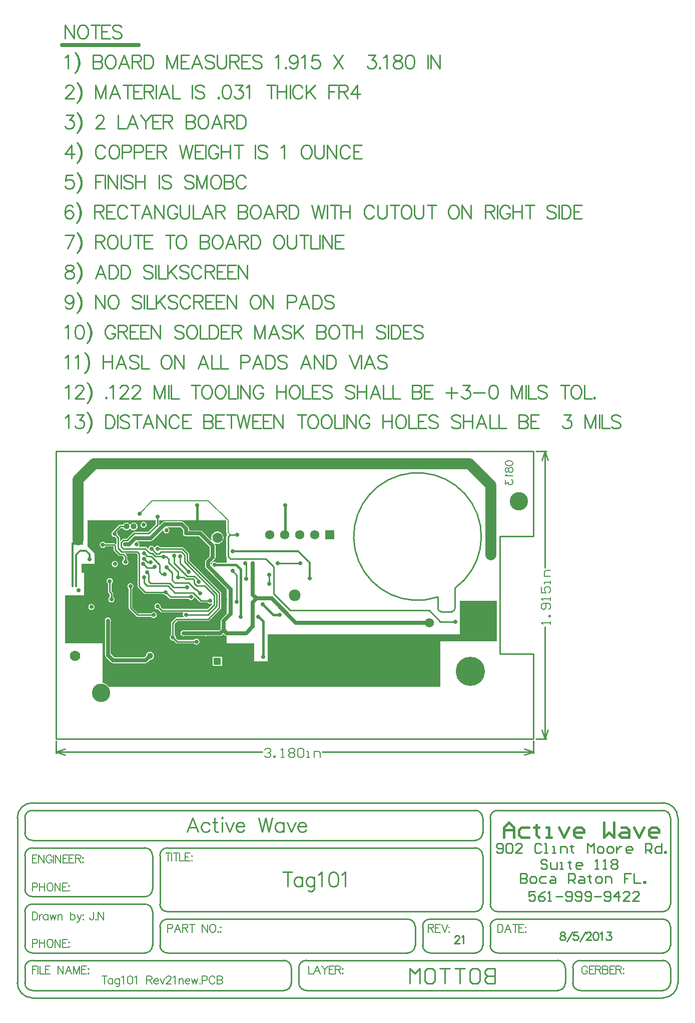
<source format=gbl>
%FSLAX25Y25*%
%MOIN*%
G70*
G01*
G75*
G04 Layer_Physical_Order=2*
G04 Layer_Color=16711680*
%ADD10R,0.08000X0.12000*%
%ADD11R,0.07000X0.10000*%
%ADD12R,0.11024X0.05512*%
%ADD13R,0.01378X0.03543*%
%ADD14R,0.01378X0.03543*%
%ADD15R,0.11811X0.23622*%
%ADD16R,0.03000X0.03000*%
%ADD17R,0.11000X0.04500*%
%ADD18R,0.03600X0.03600*%
%ADD19R,0.03600X0.05000*%
%ADD20R,0.02000X0.05000*%
%ADD21O,0.01600X0.06000*%
%ADD22R,0.02362X0.02362*%
%ADD23R,0.06299X0.05118*%
%ADD24O,0.01600X0.06000*%
%ADD25R,0.09000X0.02362*%
%ADD26R,0.02362X0.10000*%
%ADD27R,0.07000X0.02362*%
%ADD28R,0.02362X0.09000*%
%ADD29O,0.02400X0.08000*%
%ADD30R,0.10000X0.07000*%
%ADD31R,0.10000X0.10000*%
%ADD32C,0.01200*%
%ADD33R,0.03000X0.03000*%
%ADD34C,0.04000*%
%ADD35R,0.07400X0.04500*%
%ADD36R,0.03600X0.03600*%
%ADD37R,0.05000X0.03600*%
%ADD38R,0.08000X0.03500*%
%ADD39C,0.01000*%
%ADD40C,0.01500*%
%ADD41C,0.04000*%
%ADD42C,0.02500*%
%ADD43C,0.00600*%
%ADD44C,0.01600*%
%ADD45C,0.01400*%
%ADD46C,0.00800*%
%ADD47C,0.02000*%
%ADD48C,0.07400*%
%ADD49C,0.01200*%
%ADD50C,0.00900*%
%ADD51C,0.00500*%
%ADD52C,0.19500*%
%ADD53C,0.07000*%
%ADD54C,0.07800*%
%ADD55C,0.12200*%
%ADD56C,0.06200*%
%ADD57R,0.05000X0.05000*%
%ADD58R,0.06200X0.06200*%
%ADD59C,0.02800*%
%ADD60R,0.07000X0.07000*%
%ADD61C,0.03000*%
G36*
X61378Y137965D02*
X56335Y132922D01*
X47100D01*
X47100Y132922D01*
X46671Y132836D01*
X46307Y132593D01*
X46307Y132593D01*
X42015Y128301D01*
X39780D01*
X39780Y128301D01*
X39351Y128216D01*
X38987Y127973D01*
X38987Y127973D01*
X37984Y126970D01*
X37522Y127161D01*
Y129000D01*
X37436Y129429D01*
X37193Y129793D01*
X37193Y129793D01*
X35864Y131122D01*
X35939Y131500D01*
X35784Y132280D01*
X35456Y132770D01*
X37965Y135278D01*
X39550D01*
X39629Y135089D01*
X40046Y134546D01*
X40589Y134129D01*
X41221Y133867D01*
X41900Y133778D01*
X42579Y133867D01*
X43211Y134129D01*
X43754Y134546D01*
X44050Y134931D01*
X44550D01*
X44846Y134546D01*
X45389Y134129D01*
X46021Y133867D01*
X46700Y133778D01*
X47379Y133867D01*
X48011Y134129D01*
X48554Y134546D01*
X48971Y135089D01*
X49233Y135721D01*
X49322Y136400D01*
X49233Y137079D01*
X48971Y137711D01*
X48554Y138254D01*
X48011Y138671D01*
X47379Y138933D01*
X46700Y139022D01*
X46021Y138933D01*
X45389Y138671D01*
X44846Y138254D01*
X44550Y137869D01*
X44050D01*
X43754Y138254D01*
X43211Y138671D01*
X42579Y138933D01*
X41900Y139022D01*
X41221Y138933D01*
X40589Y138671D01*
X40046Y138254D01*
X39629Y137711D01*
X39550Y137522D01*
X37500D01*
X37500Y137522D01*
X37071Y137436D01*
X36707Y137193D01*
X36707Y137193D01*
X33107Y133593D01*
X32864Y133229D01*
X32860Y133211D01*
X32458Y132942D01*
X32016Y132280D01*
X31861Y131500D01*
X32016Y130720D01*
X32458Y130058D01*
X33120Y129616D01*
X33900Y129461D01*
X34278Y129536D01*
X35278Y128535D01*
Y124861D01*
X34817Y124670D01*
X34493Y124993D01*
X34129Y125236D01*
X33700Y125322D01*
X33700Y125322D01*
X27770D01*
X27556Y125642D01*
X26894Y126084D01*
X26114Y126239D01*
X25333Y126084D01*
X24672Y125642D01*
X24230Y124980D01*
X24075Y124200D01*
X24230Y123420D01*
X24672Y122758D01*
X25333Y122316D01*
X26114Y122161D01*
X26894Y122316D01*
X27556Y122758D01*
X27770Y123078D01*
X33235D01*
X33278Y123035D01*
Y120900D01*
X33278Y120900D01*
X33364Y120471D01*
X33607Y120107D01*
X36607Y117107D01*
X36971Y116864D01*
X37400Y116778D01*
X37400Y116778D01*
X39335D01*
X40078Y116035D01*
Y114456D01*
X39758Y114242D01*
X39316Y113580D01*
X39161Y112800D01*
X39316Y112020D01*
X39758Y111358D01*
X40420Y110916D01*
X41200Y110761D01*
X41980Y110916D01*
X42642Y111358D01*
X43084Y112020D01*
X43239Y112800D01*
X43084Y113580D01*
X42642Y114242D01*
X42322Y114456D01*
Y116500D01*
X42322Y116500D01*
X42236Y116929D01*
X42236D01*
D01*
D01*
X42236Y116929D01*
D01*
D01*
D01*
D01*
X42236Y116929D01*
D01*
D01*
Y116929D01*
D01*
X42236D01*
D01*
D01*
X42236D01*
D01*
D01*
X41993Y117293D01*
X41993Y117293D01*
X41170Y118116D01*
X41361Y118578D01*
X48535D01*
X49278Y117835D01*
Y96600D01*
X49278Y96600D01*
X49364Y96171D01*
X49607Y95807D01*
X53607Y91807D01*
X53607Y91807D01*
X53971Y91564D01*
X54400Y91478D01*
X66344D01*
X66558Y91158D01*
X67220Y90716D01*
X68000Y90561D01*
X68378Y90636D01*
X70407Y88607D01*
X70407Y88607D01*
X70771Y88364D01*
X71200Y88278D01*
X83244D01*
X83458Y87958D01*
X84120Y87516D01*
X84900Y87361D01*
X85680Y87516D01*
X86342Y87958D01*
X86784Y88620D01*
X86931Y89359D01*
X87410Y89504D01*
X90807Y86107D01*
X90807Y86107D01*
X91171Y85864D01*
Y85864D01*
X91171Y85864D01*
D01*
D01*
D01*
X91171D01*
Y85864D01*
D01*
X91171Y85864D01*
X91171Y85864D01*
X91600Y85778D01*
X96044D01*
X96258Y85458D01*
X96920Y85016D01*
X97700Y84861D01*
X98480Y85016D01*
X98838Y85255D01*
X99074Y85128D01*
X99147Y84634D01*
X95935Y81422D01*
X65965D01*
X64564Y82822D01*
X64639Y83200D01*
X64484Y83980D01*
X64042Y84642D01*
X63380Y85084D01*
X62600Y85239D01*
X61820Y85084D01*
X61158Y84642D01*
X60716Y83980D01*
X60561Y83200D01*
X60716Y82420D01*
X61158Y81758D01*
X61820Y81316D01*
X62600Y81161D01*
X62978Y81236D01*
X64707Y79507D01*
X65071Y79264D01*
X65500Y79178D01*
X65500Y79178D01*
X79552D01*
X79788Y78737D01*
X79616Y78480D01*
X79461Y77700D01*
X79616Y76920D01*
X80055Y76262D01*
X79819Y75822D01*
X75400D01*
X75400Y75822D01*
X74971Y75736D01*
X74607Y75493D01*
X74607Y75493D01*
X72007Y72893D01*
X71764Y72529D01*
X71678Y72100D01*
X71678Y72100D01*
Y64056D01*
X71358Y63842D01*
X70916Y63180D01*
X70761Y62400D01*
X70916Y61620D01*
X71358Y60958D01*
X72020Y60516D01*
X72800Y60361D01*
X73178Y60436D01*
X74748Y58866D01*
X74748Y58866D01*
X75112Y58623D01*
Y58623D01*
X75112Y58623D01*
D01*
D01*
D01*
X75112D01*
Y58623D01*
D01*
X75112Y58623D01*
X75112Y58623D01*
X75541Y58538D01*
X75541Y58538D01*
X86885D01*
X87099Y58217D01*
X87761Y57775D01*
X88541Y57620D01*
X89321Y57775D01*
X89983Y58217D01*
X90425Y58879D01*
X90580Y59659D01*
X90425Y60439D01*
X89983Y61101D01*
X89321Y61543D01*
X88541Y61698D01*
X87761Y61543D01*
X87099Y61101D01*
X86885Y60781D01*
X76006D01*
X74764Y62022D01*
X74839Y62400D01*
X74684Y63180D01*
X74242Y63842D01*
X73922Y64056D01*
Y71635D01*
X75865Y73578D01*
X96200D01*
X96200Y73578D01*
X96629Y73664D01*
X96993Y73907D01*
X104593Y81507D01*
X104593Y81507D01*
X104836Y81871D01*
X104922Y82300D01*
Y92146D01*
X104922Y92146D01*
X104836Y92575D01*
X104593Y92939D01*
X83522Y114010D01*
Y118200D01*
X83436Y118629D01*
X83193Y118993D01*
X83193Y118993D01*
X79893Y122293D01*
X79529Y122536D01*
X79100Y122622D01*
X79100Y122622D01*
X64156D01*
X63942Y122942D01*
X63280Y123384D01*
X62500Y123539D01*
X61720Y123384D01*
X61058Y122942D01*
X60750Y122481D01*
X60250D01*
X59942Y122942D01*
X59280Y123384D01*
X58500Y123539D01*
X57720Y123384D01*
X57058Y122942D01*
X56616Y122280D01*
X56519Y121791D01*
X56040Y121646D01*
X55193Y122493D01*
X54829Y122736D01*
X54400Y122822D01*
X54400Y122822D01*
X50481D01*
X50245Y123263D01*
X50484Y123620D01*
X50639Y124400D01*
X50484Y125180D01*
X50042Y125842D01*
X49380Y126284D01*
X48600Y126439D01*
X48498Y126630D01*
X48581Y126714D01*
X58100D01*
X58822Y126857D01*
X59434Y127266D01*
X66021Y133853D01*
X66499Y133708D01*
X66616Y133120D01*
X67058Y132458D01*
X67720Y132016D01*
X68500Y131861D01*
X69280Y132016D01*
X69942Y132458D01*
X70384Y133120D01*
X70539Y133900D01*
X70384Y134680D01*
X69942Y135342D01*
X69280Y135784D01*
X68500Y135939D01*
X68575Y136014D01*
X77919D01*
X79814Y134119D01*
Y132569D01*
X79661Y131800D01*
X79816Y131020D01*
X80258Y130358D01*
X80920Y129916D01*
X81700Y129761D01*
X82469Y129914D01*
X90219D01*
X97414Y122719D01*
Y116681D01*
X94866Y114134D01*
X94457Y113522D01*
X94314Y112800D01*
Y109800D01*
X94314Y109800D01*
X94314D01*
X94457Y109078D01*
X94866Y108466D01*
X108598Y94735D01*
Y78265D01*
X105266Y74934D01*
X104857Y74322D01*
X104714Y73600D01*
X104714Y73600D01*
X104714D01*
X104714Y73600D01*
X104714D01*
Y68281D01*
X103619Y67186D01*
X95569D01*
X94800Y67339D01*
X94031Y67186D01*
X80769D01*
X80000Y67339D01*
X79220Y67184D01*
X78558Y66742D01*
X78116Y66080D01*
X77961Y65300D01*
X78116Y64520D01*
X78558Y63858D01*
X79220Y63416D01*
X80000Y63261D01*
X80769Y63414D01*
X94031D01*
X94800Y63261D01*
X95569Y63414D01*
X104400D01*
X105122Y63557D01*
X105734Y63966D01*
X106600Y64833D01*
X107466Y63966D01*
X108078Y63557D01*
X108598Y63454D01*
Y58600D01*
X127100D01*
Y46502D01*
X136000D01*
Y64500D01*
X264000D01*
Y87000D01*
X288500D01*
Y60000D01*
X251000D01*
Y29600D01*
X30222D01*
X29693Y30245D01*
X28673Y31082D01*
X27509Y31704D01*
X26246Y32087D01*
X26100Y32102D01*
Y41590D01*
X26109Y41600D01*
X26098D01*
Y58600D01*
X1098D01*
Y90600D01*
X13598D01*
Y105600D01*
X12098D01*
Y111600D01*
X20597D01*
Y118600D01*
X16097Y123100D01*
Y140600D01*
X61378D01*
Y137965D01*
D02*
G37*
G36*
X108480Y140078D02*
Y132500D01*
X108558Y132110D01*
X108598Y132051D01*
Y130129D01*
X108464Y129929D01*
X108378Y129500D01*
X108378Y129500D01*
Y116500D01*
X108378Y116500D01*
X108464Y116071D01*
X108598Y115871D01*
Y112276D01*
X102086D01*
X102042Y112342D01*
X101380Y112784D01*
X100600Y112939D01*
X99820Y112784D01*
X99158Y112342D01*
X98716Y111680D01*
X98584Y111016D01*
X98086Y111065D01*
Y112019D01*
X100634Y114566D01*
X101043Y115178D01*
X101067Y115298D01*
X101186Y115900D01*
Y123500D01*
X101067Y124102D01*
X101043Y124222D01*
X100649Y124811D01*
X100823Y125023D01*
X100988Y125188D01*
X101430Y125005D01*
X102500Y124865D01*
X103570Y125005D01*
X104568Y125419D01*
X105424Y126076D01*
X106081Y126932D01*
X106494Y127930D01*
X106635Y129000D01*
X106494Y130070D01*
X106081Y131068D01*
X105424Y131924D01*
X104568Y132581D01*
X103570Y132994D01*
X102500Y133135D01*
X101430Y132994D01*
X100432Y132581D01*
X99576Y131924D01*
X98919Y131068D01*
X98506Y130070D01*
X98365Y129000D01*
X98506Y127930D01*
X98699Y127462D01*
X98284Y127184D01*
X92334Y133134D01*
X91722Y133543D01*
X91000Y133686D01*
X83586D01*
Y134900D01*
D01*
D01*
D01*
D01*
X83586D01*
D01*
D01*
D01*
D01*
D01*
X83586D01*
Y134900D01*
D01*
D01*
Y134900D01*
D01*
D01*
D01*
D01*
D01*
D01*
D01*
D01*
D01*
D01*
D01*
D01*
Y134900D01*
D01*
X83586D01*
D01*
D01*
D01*
D01*
D01*
D01*
D01*
X83586Y134900D01*
D01*
D01*
D01*
D01*
D01*
D01*
D01*
D01*
X83443Y135622D01*
X83034Y136234D01*
X80034Y139234D01*
X79422Y139643D01*
X78700Y139786D01*
X67400D01*
X66678Y139643D01*
X66066Y139234D01*
X64054Y137222D01*
X63613Y137457D01*
X63622Y137500D01*
X63622Y137500D01*
Y140600D01*
X107958D01*
X108480Y140078D01*
D02*
G37*
%LPC*%
G36*
X44600Y98639D02*
X43820Y98484D01*
X43158Y98042D01*
X42716Y97380D01*
X42561Y96600D01*
X42716Y95820D01*
X43158Y95158D01*
X43478Y94944D01*
Y82100D01*
X43478Y82100D01*
X43564Y81671D01*
X43807Y81307D01*
X48507Y76607D01*
X48507Y76607D01*
X48871Y76364D01*
Y76364D01*
X48871Y76364D01*
D01*
D01*
D01*
X48871D01*
Y76364D01*
D01*
X48871Y76364D01*
X48871Y76364D01*
X49300Y76278D01*
X58344D01*
X58558Y75958D01*
X59220Y75516D01*
X60000Y75361D01*
X60780Y75516D01*
X61442Y75958D01*
X61884Y76620D01*
X62039Y77400D01*
X61884Y78180D01*
X61442Y78842D01*
X60780Y79284D01*
X60000Y79439D01*
X59220Y79284D01*
X58558Y78842D01*
X58344Y78522D01*
X49765D01*
X45722Y82565D01*
Y94944D01*
X46042Y95158D01*
X46484Y95820D01*
X46639Y96600D01*
X46484Y97380D01*
X46042Y98042D01*
X45380Y98484D01*
X44600Y98639D01*
D02*
G37*
G36*
X29600Y75739D02*
X28820Y75584D01*
X28158Y75142D01*
X27716Y74480D01*
X27561Y73700D01*
X27714Y72931D01*
Y50700D01*
X27714Y50700D01*
X27714D01*
X27857Y49978D01*
X28266Y49366D01*
X31766Y45866D01*
X32378Y45457D01*
X33100Y45314D01*
X54600D01*
X55322Y45457D01*
X55934Y45866D01*
X57652Y47584D01*
X58279Y47667D01*
X58911Y47929D01*
X59454Y48346D01*
X59871Y48889D01*
X60133Y49521D01*
X60222Y50200D01*
X60133Y50879D01*
X59871Y51511D01*
X59454Y52054D01*
X58911Y52471D01*
X58279Y52733D01*
X57600Y52822D01*
X56921Y52733D01*
X56289Y52471D01*
X55746Y52054D01*
X55329Y51511D01*
X55067Y50879D01*
X54984Y50252D01*
X53819Y49086D01*
X33881D01*
X31486Y51481D01*
Y72931D01*
X31639Y73700D01*
X31484Y74480D01*
X31042Y75142D01*
X30380Y75584D01*
X29600Y75739D01*
D02*
G37*
G36*
X105500Y49600D02*
X99300D01*
Y43400D01*
X105500D01*
Y49600D01*
D02*
G37*
G36*
X18600Y84839D02*
X17820Y84684D01*
X17158Y84242D01*
X16716Y83580D01*
X16561Y82800D01*
X16716Y82020D01*
X17158Y81358D01*
X17820Y80916D01*
X18600Y80761D01*
X19380Y80916D01*
X20042Y81358D01*
X20484Y82020D01*
X20639Y82800D01*
X20484Y83580D01*
X20042Y84242D01*
X19380Y84684D01*
X18600Y84839D01*
D02*
G37*
G36*
X53300Y139539D02*
X52520Y139384D01*
X51858Y138942D01*
X51416Y138280D01*
X51261Y137500D01*
X51416Y136720D01*
X51858Y136058D01*
X52520Y135616D01*
X53300Y135461D01*
X54080Y135616D01*
X54742Y136058D01*
X55184Y136720D01*
X55339Y137500D01*
X55184Y138280D01*
X54742Y138942D01*
X54080Y139384D01*
X53300Y139539D01*
D02*
G37*
G36*
X34200Y113439D02*
X33420Y113284D01*
X32758Y112842D01*
X32316Y112180D01*
X32161Y111400D01*
X32316Y110620D01*
X32758Y109958D01*
X33420Y109516D01*
X34200Y109361D01*
X34980Y109516D01*
X35642Y109958D01*
X36084Y110620D01*
X36239Y111400D01*
X36084Y112180D01*
X35642Y112842D01*
X34980Y113284D01*
X34200Y113439D01*
D02*
G37*
G36*
X30800Y102039D02*
X30020Y101884D01*
X29358Y101442D01*
X28916Y100780D01*
X28761Y100000D01*
X28916Y99220D01*
X29358Y98558D01*
X29678Y98344D01*
Y92900D01*
X29678Y92900D01*
X29764Y92471D01*
X30007Y92107D01*
X30778Y91335D01*
Y89456D01*
X30458Y89242D01*
X30016Y88580D01*
X29861Y87800D01*
X30016Y87020D01*
X30458Y86358D01*
X31120Y85916D01*
X31900Y85761D01*
X32680Y85916D01*
X33342Y86358D01*
X33784Y87020D01*
X33939Y87800D01*
X33784Y88580D01*
X33342Y89242D01*
X33022Y89456D01*
Y91800D01*
X32936Y92229D01*
X32693Y92593D01*
X32693Y92593D01*
X31922Y93365D01*
Y98344D01*
X32242Y98558D01*
X32684Y99220D01*
X32839Y100000D01*
X32684Y100780D01*
X32242Y101442D01*
X31580Y101884D01*
X30800Y102039D01*
D02*
G37*
%LPD*%
D34*
X41900Y136400D02*
D03*
X46700D02*
D03*
X57600Y50200D02*
D03*
D39*
X251000Y73000D02*
X261000D01*
X243500Y80500D02*
X251000Y73000D01*
X151000Y80500D02*
X243500D01*
X39780Y127180D02*
X42480D01*
X38200Y125600D02*
X39780Y127180D01*
X38200Y123200D02*
Y125600D01*
Y123200D02*
X39700Y121700D01*
X36400Y121900D02*
Y129000D01*
Y121900D02*
X38600Y119700D01*
X26114Y124200D02*
X33700D01*
X34400Y123500D01*
Y120900D02*
Y123500D01*
X38600Y119700D02*
X49000D01*
X37400Y117900D02*
X39800D01*
X41200Y116500D01*
Y112800D02*
Y116500D01*
X39700Y121700D02*
X54400D01*
X34400Y120900D02*
X37400Y117900D01*
X55500Y109000D02*
X60000D01*
X53000Y111500D02*
X55500Y109000D01*
X60000D02*
X60500Y109500D01*
X55500Y106000D02*
X56500Y105000D01*
Y100000D02*
Y105000D01*
X57900Y98600D02*
X70500D01*
X56500Y100000D02*
X57900Y98600D01*
X56013Y112487D02*
X58013D01*
X142500Y112000D02*
X157500D01*
X53600Y114900D02*
X56013Y112487D01*
X140000Y91500D02*
X151000Y80500D01*
X134500Y115000D02*
X140000Y109500D01*
Y91500D02*
Y109500D01*
X53600Y118500D02*
X55500Y116600D01*
X58300D01*
X68500Y116300D02*
X70100Y114700D01*
X66700Y116300D02*
X68500D01*
X50400Y96600D02*
Y118234D01*
X137000Y98300D02*
Y104300D01*
X71200Y89400D02*
X84900D01*
X54400Y92600D02*
X68000D01*
X71200Y89400D01*
X50400Y96600D02*
X54400Y92600D01*
X75541Y59659D02*
X88541D01*
X72800Y62400D02*
X75541Y59659D01*
X33900Y131500D02*
X36400Y129000D01*
X33900Y131500D02*
Y132800D01*
X49000Y119700D02*
X50433Y118267D01*
X37500Y136400D02*
X41900D01*
X33900Y132800D02*
X37500Y136400D01*
X31900Y87800D02*
Y91800D01*
X30800Y92900D02*
X31900Y91800D01*
X30800Y92900D02*
Y100000D01*
X49300Y77400D02*
X60000D01*
X44600Y82100D02*
X49300Y77400D01*
X44600Y82100D02*
Y96600D01*
X112500Y106800D02*
X115300Y104000D01*
Y86300D02*
Y104000D01*
X109500Y116500D02*
X111000Y115000D01*
X109500Y116500D02*
Y129500D01*
X111000Y131000D01*
X115500D01*
X111000Y115000D02*
X134500D01*
X121500Y101500D02*
Y111500D01*
X121000Y112000D02*
X121500Y111500D01*
X59100Y118400D02*
X61000Y116500D01*
X57700Y118400D02*
X59100D01*
X54400Y121700D02*
X57700Y118400D01*
X42480Y127180D02*
X47100Y131800D01*
X56800D01*
X62500Y137500D01*
Y143000D01*
X72800Y62400D02*
Y72100D01*
X75400Y74700D01*
X96200D01*
X103800Y82300D01*
Y92146D01*
X81500Y77700D02*
X96400D01*
X102100Y83400D01*
X62600Y83200D02*
X65500Y80300D01*
X96400D01*
X100400Y84300D01*
Y90500D01*
X62500Y121500D02*
X79100D01*
X91600Y86900D02*
X97700D01*
X86300Y92200D02*
X91600Y86900D01*
X64900Y119600D02*
X78400D01*
X58546Y121500D02*
X61746Y118300D01*
X63600D01*
X64900Y119600D01*
X93900Y97000D02*
X100400Y90500D01*
X88500Y97000D02*
X93900D01*
X102100Y83400D02*
Y91300D01*
X79100Y121500D02*
X82400Y118200D01*
Y113546D02*
Y118200D01*
Y113546D02*
X103800Y92146D01*
X78400Y119600D02*
X80600Y117400D01*
Y112800D02*
Y117400D01*
Y112800D02*
X102100Y91300D01*
X87100Y103300D02*
X89835Y100565D01*
X82200Y103300D02*
X87100D01*
X77600Y111900D02*
Y116600D01*
Y111900D02*
X83300Y106200D01*
X73600Y111900D02*
X82200Y103300D01*
X73600Y111900D02*
Y117000D01*
X89835Y99665D02*
X89850Y99650D01*
X89835Y99665D02*
Y100565D01*
X86900Y98600D02*
X88500Y97000D01*
X86900Y98600D02*
Y100700D01*
X86200Y101400D02*
X86900Y100700D01*
X81300Y101400D02*
X86200D01*
X80100Y102600D02*
X81300Y101400D01*
X76300Y102600D02*
X80100D01*
X53500Y99000D02*
Y102500D01*
Y99000D02*
X55700Y96800D01*
X69500D01*
X74100Y92200D02*
X86300D01*
X69500Y96800D02*
X74100Y92200D01*
X70500Y98600D02*
X73300Y95800D01*
X82400D01*
X88200Y94700D02*
X91100Y91800D01*
X87500Y94700D02*
X88200D01*
X83400Y98800D02*
X87500Y94700D01*
X74200Y98800D02*
X83400D01*
X72400Y100600D02*
X74200Y98800D01*
X76300Y102600D02*
Y106100D01*
X70100Y112300D02*
Y114700D01*
X61000Y116500D02*
X66700D01*
X70100Y112300D02*
X76300Y106100D01*
X58300Y116600D02*
X63911Y110989D01*
Y106189D02*
Y110989D01*
Y106189D02*
X65400Y104700D01*
X67400D01*
X72400Y100600D02*
Y105400D01*
X68500Y109300D02*
X72400Y105400D01*
X287261Y-157970D02*
Y-167967D01*
X282262D01*
X280596Y-166301D01*
Y-164635D01*
X282262Y-162969D01*
X287261D01*
X282262D01*
X280596Y-161302D01*
Y-159636D01*
X282262Y-157970D01*
X287261D01*
X272266D02*
X275598D01*
X277264Y-159636D01*
Y-166301D01*
X275598Y-167967D01*
X272266D01*
X270599Y-166301D01*
Y-159636D01*
X272266Y-157970D01*
X267267D02*
X260603D01*
X263935D01*
Y-167967D01*
X257270Y-157970D02*
X250606D01*
X253938D01*
Y-167967D01*
X242275Y-157970D02*
X245607D01*
X247273Y-159636D01*
Y-166301D01*
X245607Y-167967D01*
X242275D01*
X240609Y-166301D01*
Y-159636D01*
X242275Y-157970D01*
X237277Y-167967D02*
Y-157970D01*
X233945Y-161302D01*
X230612Y-157970D01*
Y-167967D01*
X313000Y-14900D02*
Y-6500D01*
X-5000Y-14900D02*
Y-6500D01*
X172494Y-13900D02*
X313000D01*
X-5000D02*
X132306D01*
X307000Y-11900D02*
X313000Y-13900D01*
X307000Y-15900D02*
X313000Y-13900D01*
X-5000D02*
X1000Y-15900D01*
X-5000Y-13900D02*
X1000Y-11900D01*
X314500Y186500D02*
X321600D01*
X314500Y-5000D02*
X321600D01*
X320600Y108744D02*
Y186500D01*
Y-5000D02*
Y69556D01*
X318600Y180500D02*
X320600Y186500D01*
X322600Y180500D01*
X320600Y-5000D02*
X322600Y1000D01*
X318600D02*
X320600Y-5000D01*
X260785Y95320D02*
G03*
X249300Y89401I-24985J34380D01*
G01*
X249300Y82000D02*
G03*
X251600Y79700I2300J0D01*
G01*
X258500D02*
G03*
X260800Y82000I0J2300D01*
G01*
X249300D02*
Y89400D01*
X251600Y79700D02*
X258500D01*
X260800Y82000D02*
Y95300D01*
X-5000Y186500D02*
X313000D01*
Y130000D02*
Y186500D01*
X290500Y51400D02*
Y130000D01*
X313000Y-5000D02*
Y51400D01*
X-5000Y-5000D02*
Y186500D01*
X290500Y51400D02*
X313000D01*
X290500Y130000D02*
X313000D01*
X-5000Y-5000D02*
X313000D01*
X404192Y-130118D02*
G03*
X399292Y-125218I-4900J0D01*
G01*
X289192D02*
G03*
X284192Y-130218I0J-5000D01*
G01*
X399192Y-120218D02*
G03*
X404192Y-115218I0J5000D01*
G01*
X284192D02*
G03*
X289192Y-120218I5000J0D01*
G01*
X-20808Y-47718D02*
G03*
X-30808Y-57718I0J-10000D01*
G01*
Y-167618D02*
G03*
X-20884Y-177716I10100J0D01*
G01*
X399192Y-177718D02*
G03*
X409192Y-167718I0J10000D01*
G01*
Y-57718D02*
G03*
X399192Y-47718I-10000J0D01*
G01*
X404192Y-57618D02*
G03*
X399121Y-52721I-4900J0D01*
G01*
X399192Y-147718D02*
G03*
X404192Y-142718I0J5000D01*
G01*
X404192Y-157630D02*
G03*
X399192Y-152717I-5000J-87D01*
G01*
Y-172718D02*
G03*
X404192Y-167718I0J5000D01*
G01*
X274192Y-147718D02*
G03*
X279192Y-142718I0J5000D01*
G01*
X284192Y-142818D02*
G03*
X289177Y-147717I4900J0D01*
G01*
X279192Y-130118D02*
G03*
X274292Y-125218I-4900J0D01*
G01*
X-25808Y-167718D02*
G03*
X-20895Y-172717I5000J0D01*
G01*
X274279Y-120218D02*
G03*
X279193Y-115218I-87J5000D01*
G01*
X-20808Y-152718D02*
G03*
X-25808Y-157718I0J-5000D01*
G01*
X279192Y-82718D02*
G03*
X274192Y-77718I-5000J0D01*
G01*
Y-72718D02*
G03*
X279192Y-67718I0J5000D01*
G01*
X289192Y-52718D02*
G03*
X284192Y-57718I0J-5000D01*
G01*
X279192D02*
G03*
X274192Y-52718I-5000J0D01*
G01*
X-20808D02*
G03*
X-25808Y-57718I0J-5000D01*
G01*
Y-67718D02*
G03*
X-20808Y-72718I5000J0D01*
G01*
Y-77718D02*
G03*
X-25808Y-82718I0J-5000D01*
G01*
Y-105218D02*
G03*
X-20808Y-110218I5000J0D01*
G01*
Y-115218D02*
G03*
X-25808Y-120218I0J-5000D01*
G01*
Y-142718D02*
G03*
X-20895Y-147717I5000J0D01*
G01*
X69192Y-77718D02*
G03*
X64192Y-82718I0J-5000D01*
G01*
X69192Y-125218D02*
G03*
X64192Y-130218I0J-5000D01*
G01*
X243992Y-125218D02*
G03*
X239199Y-130269I0J-4800D01*
G01*
X239192Y-142618D02*
G03*
X244203Y-147717I5100J0D01*
G01*
X229292Y-147718D02*
G03*
X234191Y-142732I0J4900D01*
G01*
X234192Y-130118D02*
G03*
X229292Y-125218I-4900J0D01*
G01*
X54292Y-147718D02*
G03*
X59192Y-142818I0J4900D01*
G01*
X64192D02*
G03*
X69092Y-147718I4900J0D01*
G01*
X64192Y-115318D02*
G03*
X69092Y-120218I4900J0D01*
G01*
X59192Y-120118D02*
G03*
X54121Y-115221I-4900J0D01*
G01*
X54392Y-110218D02*
G03*
X59192Y-105418I0J4800D01*
G01*
Y-82618D02*
G03*
X54292Y-77718I-4900J0D01*
G01*
X344192Y-152718D02*
G03*
X339192Y-157718I0J-5000D01*
G01*
Y-167818D02*
G03*
X344178Y-172717I4900J0D01*
G01*
X329308Y-172718D02*
G03*
X334190Y-167750I84J4800D01*
G01*
X334192Y-157718D02*
G03*
X329192Y-152718I-5000J0D01*
G01*
X156692Y-167718D02*
G03*
X161605Y-172717I5000J0D01*
G01*
X161692Y-152718D02*
G03*
X156692Y-157718I0J-5000D01*
G01*
X146808Y-172718D02*
G03*
X151690Y-167750I84J4800D01*
G01*
X151692Y-157718D02*
G03*
X146692Y-152718I-5000J0D01*
G01*
X404192Y-142718D02*
Y-130118D01*
X284192Y-142718D02*
Y-130218D01*
X404192Y-115218D02*
Y-57718D01*
X284192Y-115218D02*
Y-57718D01*
X-30808Y-167718D02*
Y-57718D01*
X-25808Y-167718D02*
Y-157718D01*
X404192Y-167718D02*
Y-157718D01*
X279192Y-142718D02*
Y-130218D01*
X239192Y-142718D02*
Y-130218D01*
X64192Y-142718D02*
Y-130218D01*
X234192Y-142718D02*
Y-130218D01*
X64192Y-115218D02*
Y-82718D01*
X279192Y-115218D02*
Y-82718D01*
Y-67718D02*
Y-57718D01*
X-25808Y-67718D02*
Y-57718D01*
X59192Y-105218D02*
Y-82718D01*
X-25808Y-105218D02*
Y-82718D01*
X59192Y-142718D02*
Y-120218D01*
X-25808Y-142718D02*
Y-120218D01*
X409192Y-167718D02*
Y-57718D01*
X339192Y-167718D02*
Y-157718D01*
X334192Y-167718D02*
Y-157718D01*
X156692Y-167718D02*
Y-157718D01*
X151692Y-167718D02*
Y-157718D01*
X289192Y-125218D02*
X399192D01*
X289192Y-120218D02*
X399192D01*
X69192D02*
X274192D01*
X289192Y-52718D02*
X399192D01*
X289192Y-147718D02*
X399192D01*
X244192Y-125218D02*
X274192D01*
X244192Y-147718D02*
X274192D01*
X69192D02*
X229192D01*
X69192Y-125218D02*
X229192D01*
X69192Y-77718D02*
X274192D01*
X-20808Y-72718D02*
X274192D01*
X-20808Y-77718D02*
X54192D01*
X-20808Y-110218D02*
X54192D01*
X-20808Y-115218D02*
X54192D01*
X-20808Y-147718D02*
X54192D01*
X-20808Y-47718D02*
X399192D01*
X-20808Y-177718D02*
X399192D01*
X-20808Y-52718D02*
X274192D01*
X344192Y-152718D02*
X399192D01*
X344192Y-172718D02*
X399192D01*
X161692Y-152718D02*
X329192D01*
X-20808D02*
X146692D01*
X-20808Y-172718D02*
X146692D01*
X161692D02*
X329192D01*
X322117Y-86358D02*
X321051Y-85292D01*
X318919D01*
X317852Y-86358D01*
Y-87424D01*
X318919Y-88491D01*
X321051D01*
X322117Y-89557D01*
Y-90623D01*
X321051Y-91690D01*
X318919D01*
X317852Y-90623D01*
X324250Y-87424D02*
Y-90623D01*
X325317Y-91690D01*
X328516D01*
Y-87424D01*
X330648Y-91690D02*
X332781D01*
X331714D01*
Y-87424D01*
X330648D01*
X337046Y-86358D02*
Y-87424D01*
X335980D01*
X338112D01*
X337046D01*
Y-90623D01*
X338112Y-91690D01*
X344510D02*
X342378D01*
X341311Y-90623D01*
Y-88491D01*
X342378Y-87424D01*
X344510D01*
X345577Y-88491D01*
Y-89557D01*
X341311D01*
X354107Y-91690D02*
X356240D01*
X355173D01*
Y-85292D01*
X354107Y-86358D01*
X359439Y-91690D02*
X361571D01*
X360505D01*
Y-85292D01*
X359439Y-86358D01*
X364770D02*
X365837Y-85292D01*
X367969D01*
X369036Y-86358D01*
Y-87424D01*
X367969Y-88491D01*
X369036Y-89557D01*
Y-90623D01*
X367969Y-91690D01*
X365837D01*
X364770Y-90623D01*
Y-89557D01*
X365837Y-88491D01*
X364770Y-87424D01*
Y-86358D01*
X365837Y-88491D02*
X367969D01*
X314118Y-106792D02*
X309852D01*
Y-109991D01*
X311985Y-108924D01*
X313051D01*
X314118Y-109991D01*
Y-112123D01*
X313051Y-113190D01*
X310919D01*
X309852Y-112123D01*
X320515Y-106792D02*
X318383Y-107858D01*
X316250Y-109991D01*
Y-112123D01*
X317317Y-113190D01*
X319449D01*
X320515Y-112123D01*
Y-111057D01*
X319449Y-109991D01*
X316250D01*
X322648Y-113190D02*
X324781D01*
X323714D01*
Y-106792D01*
X322648Y-107858D01*
X327980Y-109991D02*
X332245D01*
X334378Y-112123D02*
X335444Y-113190D01*
X337577D01*
X338643Y-112123D01*
Y-107858D01*
X337577Y-106792D01*
X335444D01*
X334378Y-107858D01*
Y-108924D01*
X335444Y-109991D01*
X338643D01*
X340776Y-112123D02*
X341842Y-113190D01*
X343974D01*
X345041Y-112123D01*
Y-107858D01*
X343974Y-106792D01*
X341842D01*
X340776Y-107858D01*
Y-108924D01*
X341842Y-109991D01*
X345041D01*
X347174Y-112123D02*
X348240Y-113190D01*
X350373D01*
X351439Y-112123D01*
Y-107858D01*
X350373Y-106792D01*
X348240D01*
X347174Y-107858D01*
Y-108924D01*
X348240Y-109991D01*
X351439D01*
X353571D02*
X357837D01*
X359969Y-112123D02*
X361036Y-113190D01*
X363168D01*
X364235Y-112123D01*
Y-107858D01*
X363168Y-106792D01*
X361036D01*
X359969Y-107858D01*
Y-108924D01*
X361036Y-109991D01*
X364235D01*
X369566Y-113190D02*
Y-106792D01*
X366367Y-109991D01*
X370633D01*
X377030Y-113190D02*
X372765D01*
X377030Y-108924D01*
Y-107858D01*
X375964Y-106792D01*
X373832D01*
X372765Y-107858D01*
X383428Y-113190D02*
X379163D01*
X383428Y-108924D01*
Y-107858D01*
X382362Y-106792D01*
X380229D01*
X379163Y-107858D01*
X288352Y-80123D02*
X289419Y-81190D01*
X291551D01*
X292618Y-80123D01*
Y-75858D01*
X291551Y-74792D01*
X289419D01*
X288352Y-75858D01*
Y-76925D01*
X289419Y-77991D01*
X292618D01*
X294750Y-75858D02*
X295816Y-74792D01*
X297949D01*
X299015Y-75858D01*
Y-80123D01*
X297949Y-81190D01*
X295816D01*
X294750Y-80123D01*
Y-75858D01*
X305413Y-81190D02*
X301148D01*
X305413Y-76925D01*
Y-75858D01*
X304347Y-74792D01*
X302214D01*
X301148Y-75858D01*
X318209D02*
X317143Y-74792D01*
X315010D01*
X313944Y-75858D01*
Y-80123D01*
X315010Y-81190D01*
X317143D01*
X318209Y-80123D01*
X320342Y-81190D02*
X322475D01*
X321408D01*
Y-74792D01*
X320342D01*
X325674Y-81190D02*
X327806D01*
X326740D01*
Y-76925D01*
X325674D01*
X331005Y-81190D02*
Y-76925D01*
X334204D01*
X335270Y-77991D01*
Y-81190D01*
X338469Y-75858D02*
Y-76925D01*
X337403D01*
X339536D01*
X338469D01*
Y-80123D01*
X339536Y-81190D01*
X349133D02*
Y-74792D01*
X351265Y-76925D01*
X353398Y-74792D01*
Y-81190D01*
X356597D02*
X358730D01*
X359796Y-80123D01*
Y-77991D01*
X358730Y-76925D01*
X356597D01*
X355531Y-77991D01*
Y-80123D01*
X356597Y-81190D01*
X362995D02*
X365127D01*
X366194Y-80123D01*
Y-77991D01*
X365127Y-76925D01*
X362995D01*
X361928Y-77991D01*
Y-80123D01*
X362995Y-81190D01*
X368326Y-76925D02*
Y-81190D01*
Y-79057D01*
X369393Y-77991D01*
X370459Y-76925D01*
X371525D01*
X377923Y-81190D02*
X375791D01*
X374724Y-80123D01*
Y-77991D01*
X375791Y-76925D01*
X377923D01*
X378990Y-77991D01*
Y-79057D01*
X374724D01*
X387520Y-81190D02*
Y-74792D01*
X390719D01*
X391785Y-75858D01*
Y-77991D01*
X390719Y-79057D01*
X387520D01*
X389653D02*
X391785Y-81190D01*
X398183Y-74792D02*
Y-81190D01*
X394984D01*
X393918Y-80123D01*
Y-77991D01*
X394984Y-76925D01*
X398183D01*
X400316Y-81190D02*
Y-80123D01*
X401382D01*
Y-81190D01*
X400316D01*
X304352Y-94792D02*
Y-101190D01*
X307551D01*
X308617Y-100123D01*
Y-99057D01*
X307551Y-97991D01*
X304352D01*
X307551D01*
X308617Y-96925D01*
Y-95858D01*
X307551Y-94792D01*
X304352D01*
X311817Y-101190D02*
X313949D01*
X315016Y-100123D01*
Y-97991D01*
X313949Y-96925D01*
X311817D01*
X310750Y-97991D01*
Y-100123D01*
X311817Y-101190D01*
X321413Y-96925D02*
X318214D01*
X317148Y-97991D01*
Y-100123D01*
X318214Y-101190D01*
X321413D01*
X324612Y-96925D02*
X326745D01*
X327811Y-97991D01*
Y-101190D01*
X324612D01*
X323546Y-100123D01*
X324612Y-99057D01*
X327811D01*
X336342Y-101190D02*
Y-94792D01*
X339541D01*
X340607Y-95858D01*
Y-97991D01*
X339541Y-99057D01*
X336342D01*
X338474D02*
X340607Y-101190D01*
X343806Y-96925D02*
X345939D01*
X347005Y-97991D01*
Y-101190D01*
X343806D01*
X342740Y-100123D01*
X343806Y-99057D01*
X347005D01*
X350204Y-95858D02*
Y-96925D01*
X349138D01*
X351270D01*
X350204D01*
Y-100123D01*
X351270Y-101190D01*
X355536D02*
X357668D01*
X358735Y-100123D01*
Y-97991D01*
X357668Y-96925D01*
X355536D01*
X354469Y-97991D01*
Y-100123D01*
X355536Y-101190D01*
X360867D02*
Y-96925D01*
X364066D01*
X365133Y-97991D01*
Y-101190D01*
X377928Y-94792D02*
X373663D01*
Y-97991D01*
X375796D01*
X373663D01*
Y-101190D01*
X380061Y-94792D02*
Y-101190D01*
X384326D01*
X386459D02*
Y-100123D01*
X387525D01*
Y-101190D01*
X386459D01*
X1060Y228934D02*
X1917Y229363D01*
X3202Y230648D01*
Y221650D01*
X8087Y228506D02*
Y228934D01*
X8515Y229791D01*
X8944Y230220D01*
X9801Y230648D01*
X11514D01*
X12371Y230220D01*
X12800Y229791D01*
X13228Y228934D01*
Y228077D01*
X12800Y227220D01*
X11943Y225935D01*
X7658Y221650D01*
X13657D01*
X15671Y232362D02*
X16528Y231505D01*
X17385Y230220D01*
X18242Y228506D01*
X18670Y226363D01*
Y224649D01*
X18242Y222507D01*
X17385Y220793D01*
X16528Y219508D01*
X15671Y218651D01*
X16528Y231505D02*
X17385Y229791D01*
X17813Y228506D01*
X18242Y226363D01*
Y224649D01*
X17813Y222507D01*
X17385Y221221D01*
X16528Y219508D01*
X28354Y222507D02*
X27925Y222078D01*
X28354Y221650D01*
X28782Y222078D01*
X28354Y222507D01*
X30753Y228934D02*
X31610Y229363D01*
X32896Y230648D01*
Y221650D01*
X37780Y228506D02*
Y228934D01*
X38209Y229791D01*
X38637Y230220D01*
X39494Y230648D01*
X41208D01*
X42065Y230220D01*
X42494Y229791D01*
X42922Y228934D01*
Y228077D01*
X42494Y227220D01*
X41637Y225935D01*
X37352Y221650D01*
X43351D01*
X45793Y228506D02*
Y228934D01*
X46221Y229791D01*
X46650Y230220D01*
X47507Y230648D01*
X49221D01*
X50078Y230220D01*
X50506Y229791D01*
X50935Y228934D01*
Y228077D01*
X50506Y227220D01*
X49649Y225935D01*
X45364Y221650D01*
X51363D01*
X60447Y230648D02*
Y221650D01*
Y230648D02*
X63875Y221650D01*
X67303Y230648D02*
X63875Y221650D01*
X67303Y230648D02*
Y221650D01*
X69873Y230648D02*
Y221650D01*
X71759Y230648D02*
Y221650D01*
X76901D01*
X87955Y230648D02*
Y221650D01*
X84956Y230648D02*
X90955D01*
X94597D02*
X93740Y230220D01*
X92883Y229363D01*
X92454Y228506D01*
X92026Y227220D01*
Y225078D01*
X92454Y223792D01*
X92883Y222935D01*
X93740Y222078D01*
X94597Y221650D01*
X96311D01*
X97168Y222078D01*
X98025Y222935D01*
X98453Y223792D01*
X98882Y225078D01*
Y227220D01*
X98453Y228506D01*
X98025Y229363D01*
X97168Y230220D01*
X96311Y230648D01*
X94597D01*
X103552D02*
X102695Y230220D01*
X101838Y229363D01*
X101410Y228506D01*
X100981Y227220D01*
Y225078D01*
X101410Y223792D01*
X101838Y222935D01*
X102695Y222078D01*
X103552Y221650D01*
X105266D01*
X106123Y222078D01*
X106980Y222935D01*
X107408Y223792D01*
X107837Y225078D01*
Y227220D01*
X107408Y228506D01*
X106980Y229363D01*
X106123Y230220D01*
X105266Y230648D01*
X103552D01*
X109936D02*
Y221650D01*
X115078D01*
X116064Y230648D02*
Y221650D01*
X117949Y230648D02*
Y221650D01*
Y230648D02*
X123948Y221650D01*
Y230648D02*
Y221650D01*
X132860Y228506D02*
X132431Y229363D01*
X131574Y230220D01*
X130718Y230648D01*
X129004D01*
X128147Y230220D01*
X127290Y229363D01*
X126861Y228506D01*
X126433Y227220D01*
Y225078D01*
X126861Y223792D01*
X127290Y222935D01*
X128147Y222078D01*
X129004Y221650D01*
X130718D01*
X131574Y222078D01*
X132431Y222935D01*
X132860Y223792D01*
Y225078D01*
X130718D02*
X132860D01*
X141987Y230648D02*
Y221650D01*
X147985Y230648D02*
Y221650D01*
X141987Y226363D02*
X147985D01*
X153041Y230648D02*
X152184Y230220D01*
X151327Y229363D01*
X150899Y228506D01*
X150470Y227220D01*
Y225078D01*
X150899Y223792D01*
X151327Y222935D01*
X152184Y222078D01*
X153041Y221650D01*
X154755D01*
X155612Y222078D01*
X156469Y222935D01*
X156898Y223792D01*
X157326Y225078D01*
Y227220D01*
X156898Y228506D01*
X156469Y229363D01*
X155612Y230220D01*
X154755Y230648D01*
X153041D01*
X159426D02*
Y221650D01*
X164567D01*
X171123Y230648D02*
X165553D01*
Y221650D01*
X171123D01*
X165553Y226363D02*
X168981D01*
X178622Y229363D02*
X177765Y230220D01*
X176479Y230648D01*
X174765D01*
X173480Y230220D01*
X172623Y229363D01*
Y228506D01*
X173051Y227649D01*
X173480Y227220D01*
X174337Y226792D01*
X176908Y225935D01*
X177765Y225506D01*
X178193Y225078D01*
X178622Y224221D01*
Y222935D01*
X177765Y222078D01*
X176479Y221650D01*
X174765D01*
X173480Y222078D01*
X172623Y222935D01*
X193704Y229363D02*
X192847Y230220D01*
X191562Y230648D01*
X189848D01*
X188562Y230220D01*
X187705Y229363D01*
Y228506D01*
X188134Y227649D01*
X188562Y227220D01*
X189419Y226792D01*
X191990Y225935D01*
X192847Y225506D01*
X193276Y225078D01*
X193704Y224221D01*
Y222935D01*
X192847Y222078D01*
X191562Y221650D01*
X189848D01*
X188562Y222078D01*
X187705Y222935D01*
X195718Y230648D02*
Y221650D01*
X201717Y230648D02*
Y221650D01*
X195718Y226363D02*
X201717D01*
X211057Y221650D02*
X207630Y230648D01*
X204202Y221650D01*
X205487Y224649D02*
X209772D01*
X213157Y230648D02*
Y221650D01*
X218299D01*
X219284Y230648D02*
Y221650D01*
X224426D01*
X232482Y230648D02*
Y221650D01*
Y230648D02*
X236338D01*
X237623Y230220D01*
X238052Y229791D01*
X238480Y228934D01*
Y228077D01*
X238052Y227220D01*
X237623Y226792D01*
X236338Y226363D01*
X232482D02*
X236338D01*
X237623Y225935D01*
X238052Y225506D01*
X238480Y224649D01*
Y223364D01*
X238052Y222507D01*
X237623Y222078D01*
X236338Y221650D01*
X232482D01*
X246064Y230648D02*
X240494D01*
Y221650D01*
X246064D01*
X240494Y226363D02*
X243922D01*
X258490Y229363D02*
Y221650D01*
X254634Y225506D02*
X262347D01*
X265860Y230648D02*
X270573D01*
X268002Y227220D01*
X269288D01*
X270145Y226792D01*
X270573Y226363D01*
X271002Y225078D01*
Y224221D01*
X270573Y222935D01*
X269716Y222078D01*
X268431Y221650D01*
X267145D01*
X265860Y222078D01*
X265432Y222507D01*
X265003Y223364D01*
X273016Y225506D02*
X280728D01*
X285956Y230648D02*
X284670Y230220D01*
X283813Y228934D01*
X283385Y226792D01*
Y225506D01*
X283813Y223364D01*
X284670Y222078D01*
X285956Y221650D01*
X286813D01*
X288098Y222078D01*
X288955Y223364D01*
X289384Y225506D01*
Y226792D01*
X288955Y228934D01*
X288098Y230220D01*
X286813Y230648D01*
X285956D01*
X298467D02*
Y221650D01*
Y230648D02*
X301895Y221650D01*
X305323Y230648D02*
X301895Y221650D01*
X305323Y230648D02*
Y221650D01*
X307894Y230648D02*
Y221650D01*
X309779Y230648D02*
Y221650D01*
X314921D01*
X321905Y229363D02*
X321048Y230220D01*
X319763Y230648D01*
X318049D01*
X316763Y230220D01*
X315906Y229363D01*
Y228506D01*
X316335Y227649D01*
X316763Y227220D01*
X317620Y226792D01*
X320191Y225935D01*
X321048Y225506D01*
X321477Y225078D01*
X321905Y224221D01*
Y222935D01*
X321048Y222078D01*
X319763Y221650D01*
X318049D01*
X316763Y222078D01*
X315906Y222935D01*
X333988Y230648D02*
Y221650D01*
X330989Y230648D02*
X336988D01*
X340630D02*
X339773Y230220D01*
X338916Y229363D01*
X338487Y228506D01*
X338059Y227220D01*
Y225078D01*
X338487Y223792D01*
X338916Y222935D01*
X339773Y222078D01*
X340630Y221650D01*
X342344D01*
X343201Y222078D01*
X344057Y222935D01*
X344486Y223792D01*
X344915Y225078D01*
Y227220D01*
X344486Y228506D01*
X344057Y229363D01*
X343201Y230220D01*
X342344Y230648D01*
X340630D01*
X347014D02*
Y221650D01*
X352156D01*
X353570Y222507D02*
X353141Y222078D01*
X353570Y221650D01*
X353998Y222078D01*
X353570Y222507D01*
X960Y448834D02*
X1817Y449263D01*
X3102Y450548D01*
Y441550D01*
X7558Y452262D02*
X8415Y451405D01*
X9272Y450120D01*
X10129Y448406D01*
X10558Y446263D01*
Y444549D01*
X10129Y442407D01*
X9272Y440693D01*
X8415Y439408D01*
X7558Y438551D01*
X8415Y451405D02*
X9272Y449691D01*
X9701Y448406D01*
X10129Y446263D01*
Y444549D01*
X9701Y442407D01*
X9272Y441121D01*
X8415Y439408D01*
X19813Y450548D02*
Y441550D01*
Y450548D02*
X23669D01*
X24954Y450120D01*
X25383Y449691D01*
X25811Y448834D01*
Y447977D01*
X25383Y447120D01*
X24954Y446692D01*
X23669Y446263D01*
X19813D02*
X23669D01*
X24954Y445835D01*
X25383Y445406D01*
X25811Y444549D01*
Y443264D01*
X25383Y442407D01*
X24954Y441979D01*
X23669Y441550D01*
X19813D01*
X30396Y450548D02*
X29539Y450120D01*
X28682Y449263D01*
X28254Y448406D01*
X27825Y447120D01*
Y444978D01*
X28254Y443692D01*
X28682Y442835D01*
X29539Y441979D01*
X30396Y441550D01*
X32110D01*
X32967Y441979D01*
X33824Y442835D01*
X34253Y443692D01*
X34681Y444978D01*
Y447120D01*
X34253Y448406D01*
X33824Y449263D01*
X32967Y450120D01*
X32110Y450548D01*
X30396D01*
X43636Y441550D02*
X40208Y450548D01*
X36781Y441550D01*
X38066Y444549D02*
X42351D01*
X45736Y450548D02*
Y441550D01*
Y450548D02*
X49592D01*
X50877Y450120D01*
X51306Y449691D01*
X51734Y448834D01*
Y447977D01*
X51306Y447120D01*
X50877Y446692D01*
X49592Y446263D01*
X45736D01*
X48735D02*
X51734Y441550D01*
X53748Y450548D02*
Y441550D01*
Y450548D02*
X56748D01*
X58033Y450120D01*
X58890Y449263D01*
X59319Y448406D01*
X59747Y447120D01*
Y444978D01*
X59319Y443692D01*
X58890Y442835D01*
X58033Y441979D01*
X56748Y441550D01*
X53748D01*
X68831Y450548D02*
Y441550D01*
Y450548D02*
X72259Y441550D01*
X75686Y450548D02*
X72259Y441550D01*
X75686Y450548D02*
Y441550D01*
X83828Y450548D02*
X78257D01*
Y441550D01*
X83828D01*
X78257Y446263D02*
X81685D01*
X92183Y441550D02*
X88755Y450548D01*
X85327Y441550D01*
X86613Y444549D02*
X90898D01*
X100281Y449263D02*
X99424Y450120D01*
X98139Y450548D01*
X96425D01*
X95139Y450120D01*
X94282Y449263D01*
Y448406D01*
X94711Y447549D01*
X95139Y447120D01*
X95996Y446692D01*
X98567Y445835D01*
X99424Y445406D01*
X99853Y444978D01*
X100281Y444121D01*
Y442835D01*
X99424Y441979D01*
X98139Y441550D01*
X96425D01*
X95139Y441979D01*
X94282Y442835D01*
X102295Y450548D02*
Y444121D01*
X102724Y442835D01*
X103580Y441979D01*
X104866Y441550D01*
X105723D01*
X107008Y441979D01*
X107865Y442835D01*
X108294Y444121D01*
Y450548D01*
X110779D02*
Y441550D01*
Y450548D02*
X114635D01*
X115921Y450120D01*
X116349Y449691D01*
X116778Y448834D01*
Y447977D01*
X116349Y447120D01*
X115921Y446692D01*
X114635Y446263D01*
X110779D01*
X113778D02*
X116778Y441550D01*
X124362Y450548D02*
X118791D01*
Y441550D01*
X124362D01*
X118791Y446263D02*
X122219D01*
X131860Y449263D02*
X131003Y450120D01*
X129718Y450548D01*
X128004D01*
X126718Y450120D01*
X125861Y449263D01*
Y448406D01*
X126290Y447549D01*
X126718Y447120D01*
X127575Y446692D01*
X130146Y445835D01*
X131003Y445406D01*
X131432Y444978D01*
X131860Y444121D01*
Y442835D01*
X131003Y441979D01*
X129718Y441550D01*
X128004D01*
X126718Y441979D01*
X125861Y442835D01*
X140944Y448834D02*
X141801Y449263D01*
X143086Y450548D01*
Y441550D01*
X147971Y442407D02*
X147543Y441979D01*
X147971Y441550D01*
X148399Y441979D01*
X147971Y442407D01*
X155941Y447549D02*
X155512Y446263D01*
X154655Y445406D01*
X153370Y444978D01*
X152941D01*
X151656Y445406D01*
X150799Y446263D01*
X150370Y447549D01*
Y447977D01*
X150799Y449263D01*
X151656Y450120D01*
X152941Y450548D01*
X153370D01*
X154655Y450120D01*
X155512Y449263D01*
X155941Y447549D01*
Y445406D01*
X155512Y443264D01*
X154655Y441979D01*
X153370Y441550D01*
X152513D01*
X151227Y441979D01*
X150799Y442835D01*
X158383Y448834D02*
X159240Y449263D01*
X160525Y450548D01*
Y441550D01*
X170123Y450548D02*
X165839D01*
X165410Y446692D01*
X165839Y447120D01*
X167124Y447549D01*
X168409D01*
X169695Y447120D01*
X170552Y446263D01*
X170980Y444978D01*
Y444121D01*
X170552Y442835D01*
X169695Y441979D01*
X168409Y441550D01*
X167124D01*
X165839Y441979D01*
X165410Y442407D01*
X164982Y443264D01*
X180064Y450548D02*
X186063Y441550D01*
Y450548D02*
X180064Y441550D01*
X203073Y450548D02*
X207787D01*
X205216Y447120D01*
X206501D01*
X207358Y446692D01*
X207787Y446263D01*
X208215Y444978D01*
Y444121D01*
X207787Y442835D01*
X206930Y441979D01*
X205644Y441550D01*
X204359D01*
X203073Y441979D01*
X202645Y442407D01*
X202217Y443264D01*
X210658Y442407D02*
X210229Y441979D01*
X210658Y441550D01*
X211086Y441979D01*
X210658Y442407D01*
X213057Y448834D02*
X213914Y449263D01*
X215199Y450548D01*
Y441550D01*
X221798Y450548D02*
X220513Y450120D01*
X220084Y449263D01*
Y448406D01*
X220513Y447549D01*
X221370Y447120D01*
X223083Y446692D01*
X224369Y446263D01*
X225226Y445406D01*
X225654Y444549D01*
Y443264D01*
X225226Y442407D01*
X224797Y441979D01*
X223512Y441550D01*
X221798D01*
X220513Y441979D01*
X220084Y442407D01*
X219656Y443264D01*
Y444549D01*
X220084Y445406D01*
X220941Y446263D01*
X222227Y446692D01*
X223940Y447120D01*
X224797Y447549D01*
X225226Y448406D01*
Y449263D01*
X224797Y450120D01*
X223512Y450548D01*
X221798D01*
X230239D02*
X228954Y450120D01*
X228097Y448834D01*
X227668Y446692D01*
Y445406D01*
X228097Y443264D01*
X228954Y441979D01*
X230239Y441550D01*
X231096D01*
X232381Y441979D01*
X233238Y443264D01*
X233667Y445406D01*
Y446692D01*
X233238Y448834D01*
X232381Y450120D01*
X231096Y450548D01*
X230239D01*
X242751D02*
Y441550D01*
X244636Y450548D02*
Y441550D01*
Y450548D02*
X250635Y441550D01*
Y450548D02*
Y441550D01*
X960Y470548D02*
Y461550D01*
Y470548D02*
X6958Y461550D01*
Y470548D02*
Y461550D01*
X12014Y470548D02*
X11157Y470120D01*
X10300Y469263D01*
X9872Y468406D01*
X9443Y467120D01*
Y464978D01*
X9872Y463692D01*
X10300Y462835D01*
X11157Y461978D01*
X12014Y461550D01*
X13728D01*
X14585Y461978D01*
X15442Y462835D01*
X15871Y463692D01*
X16299Y464978D01*
Y467120D01*
X15871Y468406D01*
X15442Y469263D01*
X14585Y470120D01*
X13728Y470548D01*
X12014D01*
X21398D02*
Y461550D01*
X18399Y470548D02*
X24397D01*
X31039D02*
X25469D01*
Y461550D01*
X31039D01*
X25469Y466263D02*
X28896D01*
X38537Y469263D02*
X37680Y470120D01*
X36395Y470548D01*
X34681D01*
X33395Y470120D01*
X32539Y469263D01*
Y468406D01*
X32967Y467549D01*
X33395Y467120D01*
X34253Y466692D01*
X36823Y465835D01*
X37680Y465406D01*
X38109Y464978D01*
X38537Y464121D01*
Y462835D01*
X37680Y461978D01*
X36395Y461550D01*
X34681D01*
X33395Y461978D01*
X32539Y462835D01*
X960Y268834D02*
X1817Y269263D01*
X3102Y270548D01*
Y261550D01*
X10129Y270548D02*
X8844Y270120D01*
X7987Y268834D01*
X7558Y266692D01*
Y265406D01*
X7987Y263264D01*
X8844Y261979D01*
X10129Y261550D01*
X10986D01*
X12271Y261979D01*
X13128Y263264D01*
X13557Y265406D01*
Y266692D01*
X13128Y268834D01*
X12271Y270120D01*
X10986Y270548D01*
X10129D01*
X15571Y272262D02*
X16428Y271405D01*
X17285Y270120D01*
X18142Y268406D01*
X18570Y266263D01*
Y264549D01*
X18142Y262407D01*
X17285Y260693D01*
X16428Y259408D01*
X15571Y258551D01*
X16428Y271405D02*
X17285Y269691D01*
X17713Y268406D01*
X18142Y266263D01*
Y264549D01*
X17713Y262407D01*
X17285Y261122D01*
X16428Y259408D01*
X34253Y268406D02*
X33824Y269263D01*
X32967Y270120D01*
X32110Y270548D01*
X30396D01*
X29539Y270120D01*
X28682Y269263D01*
X28254Y268406D01*
X27825Y267120D01*
Y264978D01*
X28254Y263692D01*
X28682Y262835D01*
X29539Y261979D01*
X30396Y261550D01*
X32110D01*
X32967Y261979D01*
X33824Y262835D01*
X34253Y263692D01*
Y264978D01*
X32110D02*
X34253D01*
X36309Y270548D02*
Y261550D01*
Y270548D02*
X40165D01*
X41451Y270120D01*
X41879Y269691D01*
X42308Y268834D01*
Y267977D01*
X41879Y267120D01*
X41451Y266692D01*
X40165Y266263D01*
X36309D01*
X39309D02*
X42308Y261550D01*
X49892Y270548D02*
X44322D01*
Y261550D01*
X49892D01*
X44322Y266263D02*
X47750D01*
X56962Y270548D02*
X51392D01*
Y261550D01*
X56962D01*
X51392Y266263D02*
X54820D01*
X58462Y270548D02*
Y261550D01*
Y270548D02*
X64460Y261550D01*
Y270548D02*
Y261550D01*
X80014Y269263D02*
X79157Y270120D01*
X77872Y270548D01*
X76158D01*
X74872Y270120D01*
X74015Y269263D01*
Y268406D01*
X74444Y267549D01*
X74872Y267120D01*
X75729Y266692D01*
X78300Y265835D01*
X79157Y265406D01*
X79586Y264978D01*
X80014Y264121D01*
Y262835D01*
X79157Y261979D01*
X77872Y261550D01*
X76158D01*
X74872Y261979D01*
X74015Y262835D01*
X84599Y270548D02*
X83742Y270120D01*
X82885Y269263D01*
X82456Y268406D01*
X82028Y267120D01*
Y264978D01*
X82456Y263692D01*
X82885Y262835D01*
X83742Y261979D01*
X84599Y261550D01*
X86313D01*
X87170Y261979D01*
X88027Y262835D01*
X88455Y263692D01*
X88884Y264978D01*
Y267120D01*
X88455Y268406D01*
X88027Y269263D01*
X87170Y270120D01*
X86313Y270548D01*
X84599D01*
X90983D02*
Y261550D01*
X96125D01*
X97110Y270548D02*
Y261550D01*
Y270548D02*
X100110D01*
X101395Y270120D01*
X102252Y269263D01*
X102681Y268406D01*
X103109Y267120D01*
Y264978D01*
X102681Y263692D01*
X102252Y262835D01*
X101395Y261979D01*
X100110Y261550D01*
X97110D01*
X110693Y270548D02*
X105123D01*
Y261550D01*
X110693D01*
X105123Y266263D02*
X108551D01*
X112193Y270548D02*
Y261550D01*
Y270548D02*
X116049D01*
X117335Y270120D01*
X117763Y269691D01*
X118192Y268834D01*
Y267977D01*
X117763Y267120D01*
X117335Y266692D01*
X116049Y266263D01*
X112193D01*
X115192D02*
X118192Y261550D01*
X127275Y270548D02*
Y261550D01*
Y270548D02*
X130703Y261550D01*
X134131Y270548D02*
X130703Y261550D01*
X134131Y270548D02*
Y261550D01*
X143558D02*
X140130Y270548D01*
X136702Y261550D01*
X137987Y264549D02*
X142272D01*
X151656Y269263D02*
X150799Y270120D01*
X149513Y270548D01*
X147800D01*
X146514Y270120D01*
X145657Y269263D01*
Y268406D01*
X146086Y267549D01*
X146514Y267120D01*
X147371Y266692D01*
X149942Y265835D01*
X150799Y265406D01*
X151227Y264978D01*
X151656Y264121D01*
Y262835D01*
X150799Y261979D01*
X149513Y261550D01*
X147800D01*
X146514Y261979D01*
X145657Y262835D01*
X153670Y270548D02*
Y261550D01*
X159668Y270548D02*
X153670Y264549D01*
X155812Y266692D02*
X159668Y261550D01*
X168752Y270548D02*
Y261550D01*
Y270548D02*
X172608D01*
X173894Y270120D01*
X174322Y269691D01*
X174751Y268834D01*
Y267977D01*
X174322Y267120D01*
X173894Y266692D01*
X172608Y266263D01*
X168752D02*
X172608D01*
X173894Y265835D01*
X174322Y265406D01*
X174751Y264549D01*
Y263264D01*
X174322Y262407D01*
X173894Y261979D01*
X172608Y261550D01*
X168752D01*
X179336Y270548D02*
X178479Y270120D01*
X177622Y269263D01*
X177193Y268406D01*
X176765Y267120D01*
Y264978D01*
X177193Y263692D01*
X177622Y262835D01*
X178479Y261979D01*
X179336Y261550D01*
X181050D01*
X181906Y261979D01*
X182764Y262835D01*
X183192Y263692D01*
X183620Y264978D01*
Y267120D01*
X183192Y268406D01*
X182764Y269263D01*
X181906Y270120D01*
X181050Y270548D01*
X179336D01*
X188719D02*
Y261550D01*
X185720Y270548D02*
X191719D01*
X192790D02*
Y261550D01*
X198789Y270548D02*
Y261550D01*
X192790Y266263D02*
X198789D01*
X214342Y269263D02*
X213486Y270120D01*
X212200Y270548D01*
X210486D01*
X209201Y270120D01*
X208344Y269263D01*
Y268406D01*
X208772Y267549D01*
X209201Y267120D01*
X210058Y266692D01*
X212629Y265835D01*
X213486Y265406D01*
X213914Y264978D01*
X214342Y264121D01*
Y262835D01*
X213486Y261979D01*
X212200Y261550D01*
X210486D01*
X209201Y261979D01*
X208344Y262835D01*
X216356Y270548D02*
Y261550D01*
X218242Y270548D02*
Y261550D01*
Y270548D02*
X221241D01*
X222526Y270120D01*
X223383Y269263D01*
X223812Y268406D01*
X224240Y267120D01*
Y264978D01*
X223812Y263692D01*
X223383Y262835D01*
X222526Y261979D01*
X221241Y261550D01*
X218242D01*
X231824Y270548D02*
X226254D01*
Y261550D01*
X231824D01*
X226254Y266263D02*
X229682D01*
X239323Y269263D02*
X238466Y270120D01*
X237180Y270548D01*
X235467D01*
X234181Y270120D01*
X233324Y269263D01*
Y268406D01*
X233753Y267549D01*
X234181Y267120D01*
X235038Y266692D01*
X237609Y265835D01*
X238466Y265406D01*
X238894Y264978D01*
X239323Y264121D01*
Y262835D01*
X238466Y261979D01*
X237180Y261550D01*
X235467D01*
X234181Y261979D01*
X233324Y262835D01*
X1817Y410548D02*
X6530D01*
X3959Y407120D01*
X5244D01*
X6101Y406692D01*
X6530Y406263D01*
X6958Y404978D01*
Y404121D01*
X6530Y402835D01*
X5673Y401978D01*
X4388Y401550D01*
X3102D01*
X1817Y401978D01*
X1388Y402407D01*
X960Y403264D01*
X8972Y412262D02*
X9829Y411405D01*
X10686Y410120D01*
X11543Y408406D01*
X11972Y406263D01*
Y404549D01*
X11543Y402407D01*
X10686Y400693D01*
X9829Y399408D01*
X8972Y398551D01*
X9829Y411405D02*
X10686Y409691D01*
X11115Y408406D01*
X11543Y406263D01*
Y404549D01*
X11115Y402407D01*
X10686Y401122D01*
X9829Y399408D01*
X21655Y408406D02*
Y408834D01*
X22084Y409691D01*
X22512Y410120D01*
X23369Y410548D01*
X25083D01*
X25940Y410120D01*
X26368Y409691D01*
X26797Y408834D01*
Y407977D01*
X26368Y407120D01*
X25512Y405835D01*
X21227Y401550D01*
X27225D01*
X36309Y410548D02*
Y401550D01*
X41451D01*
X49292D02*
X45864Y410548D01*
X42437Y401550D01*
X43722Y404549D02*
X48007D01*
X51392Y410548D02*
X54820Y406263D01*
Y401550D01*
X58247Y410548D02*
X54820Y406263D01*
X64974Y410548D02*
X59404D01*
Y401550D01*
X64974D01*
X59404Y406263D02*
X62832D01*
X66474Y410548D02*
Y401550D01*
Y410548D02*
X70331D01*
X71616Y410120D01*
X72044Y409691D01*
X72473Y408834D01*
Y407977D01*
X72044Y407120D01*
X71616Y406692D01*
X70331Y406263D01*
X66474D01*
X69473D02*
X72473Y401550D01*
X81557Y410548D02*
Y401550D01*
Y410548D02*
X85413D01*
X86698Y410120D01*
X87127Y409691D01*
X87555Y408834D01*
Y407977D01*
X87127Y407120D01*
X86698Y406692D01*
X85413Y406263D01*
X81557D02*
X85413D01*
X86698Y405835D01*
X87127Y405406D01*
X87555Y404549D01*
Y403264D01*
X87127Y402407D01*
X86698Y401978D01*
X85413Y401550D01*
X81557D01*
X92140Y410548D02*
X91283Y410120D01*
X90426Y409263D01*
X89998Y408406D01*
X89569Y407120D01*
Y404978D01*
X89998Y403692D01*
X90426Y402835D01*
X91283Y401978D01*
X92140Y401550D01*
X93854D01*
X94711Y401978D01*
X95568Y402835D01*
X95996Y403692D01*
X96425Y404978D01*
Y407120D01*
X95996Y408406D01*
X95568Y409263D01*
X94711Y410120D01*
X93854Y410548D01*
X92140D01*
X105380Y401550D02*
X101952Y410548D01*
X98524Y401550D01*
X99810Y404549D02*
X104095D01*
X107480Y410548D02*
Y401550D01*
Y410548D02*
X111336D01*
X112621Y410120D01*
X113050Y409691D01*
X113478Y408834D01*
Y407977D01*
X113050Y407120D01*
X112621Y406692D01*
X111336Y406263D01*
X107480D01*
X110479D02*
X113478Y401550D01*
X115492Y410548D02*
Y401550D01*
Y410548D02*
X118492D01*
X119777Y410120D01*
X120634Y409263D01*
X121062Y408406D01*
X121491Y407120D01*
Y404978D01*
X121062Y403692D01*
X120634Y402835D01*
X119777Y401978D01*
X118492Y401550D01*
X115492D01*
X5244Y390548D02*
X960Y384549D01*
X7387D01*
X5244Y390548D02*
Y381550D01*
X8972Y392262D02*
X9829Y391405D01*
X10686Y390120D01*
X11543Y388406D01*
X11971Y386263D01*
Y384549D01*
X11543Y382407D01*
X10686Y380693D01*
X9829Y379408D01*
X8972Y378551D01*
X9829Y391405D02*
X10686Y389691D01*
X11115Y388406D01*
X11543Y386263D01*
Y384549D01*
X11115Y382407D01*
X10686Y381121D01*
X9829Y379408D01*
X27654Y388406D02*
X27225Y389263D01*
X26368Y390120D01*
X25512Y390548D01*
X23798D01*
X22941Y390120D01*
X22084Y389263D01*
X21655Y388406D01*
X21227Y387120D01*
Y384978D01*
X21655Y383692D01*
X22084Y382835D01*
X22941Y381979D01*
X23798Y381550D01*
X25512D01*
X26368Y381979D01*
X27225Y382835D01*
X27654Y383692D01*
X32753Y390548D02*
X31896Y390120D01*
X31039Y389263D01*
X30610Y388406D01*
X30182Y387120D01*
Y384978D01*
X30610Y383692D01*
X31039Y382835D01*
X31896Y381979D01*
X32753Y381550D01*
X34467D01*
X35324Y381979D01*
X36181Y382835D01*
X36609Y383692D01*
X37038Y384978D01*
Y387120D01*
X36609Y388406D01*
X36181Y389263D01*
X35324Y390120D01*
X34467Y390548D01*
X32753D01*
X39137Y385835D02*
X42993D01*
X44279Y386263D01*
X44707Y386692D01*
X45136Y387549D01*
Y388834D01*
X44707Y389691D01*
X44279Y390120D01*
X42993Y390548D01*
X39137D01*
Y381550D01*
X47150Y385835D02*
X51006D01*
X52291Y386263D01*
X52720Y386692D01*
X53148Y387549D01*
Y388834D01*
X52720Y389691D01*
X52291Y390120D01*
X51006Y390548D01*
X47150D01*
Y381550D01*
X60733Y390548D02*
X55162D01*
Y381550D01*
X60733D01*
X55162Y386263D02*
X58590D01*
X62232Y390548D02*
Y381550D01*
Y390548D02*
X66088D01*
X67374Y390120D01*
X67802Y389691D01*
X68231Y388834D01*
Y387977D01*
X67802Y387120D01*
X67374Y386692D01*
X66088Y386263D01*
X62232D01*
X65232D02*
X68231Y381550D01*
X77315Y390548D02*
X79457Y381550D01*
X81599Y390548D02*
X79457Y381550D01*
X81599Y390548D02*
X83742Y381550D01*
X85884Y390548D02*
X83742Y381550D01*
X93254Y390548D02*
X87684D01*
Y381550D01*
X93254D01*
X87684Y386263D02*
X91112D01*
X94754Y390548D02*
Y381550D01*
X103066Y388406D02*
X102638Y389263D01*
X101781Y390120D01*
X100924Y390548D01*
X99210D01*
X98353Y390120D01*
X97496Y389263D01*
X97068Y388406D01*
X96639Y387120D01*
Y384978D01*
X97068Y383692D01*
X97496Y382835D01*
X98353Y381979D01*
X99210Y381550D01*
X100924D01*
X101781Y381979D01*
X102638Y382835D01*
X103066Y383692D01*
Y384978D01*
X100924D02*
X103066D01*
X105123Y390548D02*
Y381550D01*
X111122Y390548D02*
Y381550D01*
X105123Y386263D02*
X111122D01*
X116606Y390548D02*
Y381550D01*
X113607Y390548D02*
X119606D01*
X127747D02*
Y381550D01*
X135631Y389263D02*
X134774Y390120D01*
X133488Y390548D01*
X131774D01*
X130489Y390120D01*
X129632Y389263D01*
Y388406D01*
X130061Y387549D01*
X130489Y387120D01*
X131346Y386692D01*
X133917Y385835D01*
X134774Y385406D01*
X135202Y384978D01*
X135631Y384121D01*
Y382835D01*
X134774Y381979D01*
X133488Y381550D01*
X131774D01*
X130489Y381979D01*
X129632Y382835D01*
X144714Y388834D02*
X145571Y389263D01*
X146857Y390548D01*
Y381550D01*
X160954Y390548D02*
X160097Y390120D01*
X159240Y389263D01*
X158811Y388406D01*
X158383Y387120D01*
Y384978D01*
X158811Y383692D01*
X159240Y382835D01*
X160097Y381979D01*
X160954Y381550D01*
X162668D01*
X163525Y381979D01*
X164382Y382835D01*
X164810Y383692D01*
X165239Y384978D01*
Y387120D01*
X164810Y388406D01*
X164382Y389263D01*
X163525Y390120D01*
X162668Y390548D01*
X160954D01*
X167338D02*
Y384121D01*
X167767Y382835D01*
X168624Y381979D01*
X169909Y381550D01*
X170766D01*
X172052Y381979D01*
X172908Y382835D01*
X173337Y384121D01*
Y390548D01*
X175822D02*
Y381550D01*
Y390548D02*
X181821Y381550D01*
Y390548D02*
Y381550D01*
X190733Y388406D02*
X190305Y389263D01*
X189448Y390120D01*
X188591Y390548D01*
X186877D01*
X186020Y390120D01*
X185163Y389263D01*
X184734Y388406D01*
X184306Y387120D01*
Y384978D01*
X184734Y383692D01*
X185163Y382835D01*
X186020Y381979D01*
X186877Y381550D01*
X188591D01*
X189448Y381979D01*
X190305Y382835D01*
X190733Y383692D01*
X198831Y390548D02*
X193261D01*
Y381550D01*
X198831D01*
X193261Y386263D02*
X196689D01*
X6101Y370548D02*
X1817D01*
X1388Y366692D01*
X1817Y367120D01*
X3102Y367549D01*
X4387D01*
X5673Y367120D01*
X6530Y366263D01*
X6958Y364978D01*
Y364121D01*
X6530Y362835D01*
X5673Y361979D01*
X4387Y361550D01*
X3102D01*
X1817Y361979D01*
X1388Y362407D01*
X960Y363264D01*
X8972Y372262D02*
X9829Y371405D01*
X10686Y370120D01*
X11543Y368406D01*
X11971Y366263D01*
Y364549D01*
X11543Y362407D01*
X10686Y360693D01*
X9829Y359408D01*
X8972Y358551D01*
X9829Y371405D02*
X10686Y369691D01*
X11115Y368406D01*
X11543Y366263D01*
Y364549D01*
X11115Y362407D01*
X10686Y361122D01*
X9829Y359408D01*
X21227Y370548D02*
Y361550D01*
Y370548D02*
X26797D01*
X21227Y366263D02*
X24655D01*
X27825Y370548D02*
Y361550D01*
X29711Y370548D02*
Y361550D01*
Y370548D02*
X35709Y361550D01*
Y370548D02*
Y361550D01*
X38195Y370548D02*
Y361550D01*
X46079Y369263D02*
X45222Y370120D01*
X43936Y370548D01*
X42222D01*
X40937Y370120D01*
X40080Y369263D01*
Y368406D01*
X40508Y367549D01*
X40937Y367120D01*
X41794Y366692D01*
X44365Y365835D01*
X45222Y365406D01*
X45650Y364978D01*
X46079Y364121D01*
Y362835D01*
X45222Y361979D01*
X43936Y361550D01*
X42222D01*
X40937Y361979D01*
X40080Y362835D01*
X48092Y370548D02*
Y361550D01*
X54091Y370548D02*
Y361550D01*
X48092Y366263D02*
X54091D01*
X63646Y370548D02*
Y361550D01*
X71530Y369263D02*
X70673Y370120D01*
X69388Y370548D01*
X67674D01*
X66388Y370120D01*
X65531Y369263D01*
Y368406D01*
X65960Y367549D01*
X66388Y367120D01*
X67245Y366692D01*
X69816Y365835D01*
X70673Y365406D01*
X71102Y364978D01*
X71530Y364121D01*
Y362835D01*
X70673Y361979D01*
X69388Y361550D01*
X67674D01*
X66388Y361979D01*
X65531Y362835D01*
X86613Y369263D02*
X85756Y370120D01*
X84470Y370548D01*
X82756D01*
X81471Y370120D01*
X80614Y369263D01*
Y368406D01*
X81042Y367549D01*
X81471Y367120D01*
X82328Y366692D01*
X84899Y365835D01*
X85756Y365406D01*
X86184Y364978D01*
X86613Y364121D01*
Y362835D01*
X85756Y361979D01*
X84470Y361550D01*
X82756D01*
X81471Y361979D01*
X80614Y362835D01*
X88626Y370548D02*
Y361550D01*
Y370548D02*
X92054Y361550D01*
X95482Y370548D02*
X92054Y361550D01*
X95482Y370548D02*
Y361550D01*
X100624Y370548D02*
X99767Y370120D01*
X98910Y369263D01*
X98482Y368406D01*
X98053Y367120D01*
Y364978D01*
X98482Y363692D01*
X98910Y362835D01*
X99767Y361979D01*
X100624Y361550D01*
X102338D01*
X103195Y361979D01*
X104052Y362835D01*
X104480Y363692D01*
X104909Y364978D01*
Y367120D01*
X104480Y368406D01*
X104052Y369263D01*
X103195Y370120D01*
X102338Y370548D01*
X100624D01*
X107008D02*
Y361550D01*
Y370548D02*
X110865D01*
X112150Y370120D01*
X112578Y369691D01*
X113007Y368834D01*
Y367977D01*
X112578Y367120D01*
X112150Y366692D01*
X110865Y366263D01*
X107008D02*
X110865D01*
X112150Y365835D01*
X112578Y365406D01*
X113007Y364549D01*
Y363264D01*
X112578Y362407D01*
X112150Y361979D01*
X110865Y361550D01*
X107008D01*
X121448Y368406D02*
X121020Y369263D01*
X120163Y370120D01*
X119306Y370548D01*
X117592D01*
X116735Y370120D01*
X115878Y369263D01*
X115449Y368406D01*
X115021Y367120D01*
Y364978D01*
X115449Y363692D01*
X115878Y362835D01*
X116735Y361979D01*
X117592Y361550D01*
X119306D01*
X120163Y361979D01*
X121020Y362835D01*
X121448Y363692D01*
X6101Y349263D02*
X5673Y350120D01*
X4387Y350548D01*
X3531D01*
X2245Y350120D01*
X1388Y348834D01*
X960Y346692D01*
Y344549D01*
X1388Y342835D01*
X2245Y341979D01*
X3531Y341550D01*
X3959D01*
X5244Y341979D01*
X6101Y342835D01*
X6530Y344121D01*
Y344549D01*
X6101Y345835D01*
X5244Y346692D01*
X3959Y347120D01*
X3531D01*
X2245Y346692D01*
X1388Y345835D01*
X960Y344549D01*
X8501Y352262D02*
X9358Y351405D01*
X10215Y350120D01*
X11072Y348406D01*
X11500Y346263D01*
Y344549D01*
X11072Y342407D01*
X10215Y340693D01*
X9358Y339408D01*
X8501Y338551D01*
X9358Y351405D02*
X10215Y349691D01*
X10643Y348406D01*
X11072Y346263D01*
Y344549D01*
X10643Y342407D01*
X10215Y341122D01*
X9358Y339408D01*
X20755Y350548D02*
Y341550D01*
Y350548D02*
X24612D01*
X25897Y350120D01*
X26326Y349691D01*
X26754Y348834D01*
Y347977D01*
X26326Y347120D01*
X25897Y346692D01*
X24612Y346263D01*
X20755D01*
X23755D02*
X26754Y341550D01*
X34338Y350548D02*
X28768D01*
Y341550D01*
X34338D01*
X28768Y346263D02*
X32196D01*
X42265Y348406D02*
X41837Y349263D01*
X40980Y350120D01*
X40123Y350548D01*
X38409D01*
X37552Y350120D01*
X36695Y349263D01*
X36266Y348406D01*
X35838Y347120D01*
Y344978D01*
X36266Y343692D01*
X36695Y342835D01*
X37552Y341979D01*
X38409Y341550D01*
X40123D01*
X40980Y341979D01*
X41837Y342835D01*
X42265Y343692D01*
X47792Y350548D02*
Y341550D01*
X44793Y350548D02*
X50792D01*
X58719Y341550D02*
X55291Y350548D01*
X51863Y341550D01*
X53148Y344549D02*
X57433D01*
X60818Y350548D02*
Y341550D01*
Y350548D02*
X66817Y341550D01*
Y350548D02*
Y341550D01*
X75729Y348406D02*
X75301Y349263D01*
X74444Y350120D01*
X73587Y350548D01*
X71873D01*
X71016Y350120D01*
X70159Y349263D01*
X69731Y348406D01*
X69302Y347120D01*
Y344978D01*
X69731Y343692D01*
X70159Y342835D01*
X71016Y341979D01*
X71873Y341550D01*
X73587D01*
X74444Y341979D01*
X75301Y342835D01*
X75729Y343692D01*
Y344978D01*
X73587D02*
X75729D01*
X77786Y350548D02*
Y344121D01*
X78215Y342835D01*
X79071Y341979D01*
X80357Y341550D01*
X81214D01*
X82499Y341979D01*
X83356Y342835D01*
X83785Y344121D01*
Y350548D01*
X86270D02*
Y341550D01*
X91412D01*
X99253D02*
X95825Y350548D01*
X92397Y341550D01*
X93683Y344549D02*
X97967D01*
X101352Y350548D02*
Y341550D01*
Y350548D02*
X105209D01*
X106494Y350120D01*
X106923Y349691D01*
X107351Y348834D01*
Y347977D01*
X106923Y347120D01*
X106494Y346692D01*
X105209Y346263D01*
X101352D01*
X104352D02*
X107351Y341550D01*
X116435Y350548D02*
Y341550D01*
Y350548D02*
X120291D01*
X121577Y350120D01*
X122005Y349691D01*
X122433Y348834D01*
Y347977D01*
X122005Y347120D01*
X121577Y346692D01*
X120291Y346263D01*
X116435D02*
X120291D01*
X121577Y345835D01*
X122005Y345406D01*
X122433Y344549D01*
Y343264D01*
X122005Y342407D01*
X121577Y341979D01*
X120291Y341550D01*
X116435D01*
X127018Y350548D02*
X126161Y350120D01*
X125304Y349263D01*
X124876Y348406D01*
X124447Y347120D01*
Y344978D01*
X124876Y343692D01*
X125304Y342835D01*
X126161Y341979D01*
X127018Y341550D01*
X128732D01*
X129589Y341979D01*
X130446Y342835D01*
X130875Y343692D01*
X131303Y344978D01*
Y347120D01*
X130875Y348406D01*
X130446Y349263D01*
X129589Y350120D01*
X128732Y350548D01*
X127018D01*
X140258Y341550D02*
X136830Y350548D01*
X133403Y341550D01*
X134688Y344549D02*
X138973D01*
X142358Y350548D02*
Y341550D01*
Y350548D02*
X146214D01*
X147500Y350120D01*
X147928Y349691D01*
X148357Y348834D01*
Y347977D01*
X147928Y347120D01*
X147500Y346692D01*
X146214Y346263D01*
X142358D01*
X145357D02*
X148357Y341550D01*
X150370Y350548D02*
Y341550D01*
Y350548D02*
X153370D01*
X154655Y350120D01*
X155512Y349263D01*
X155941Y348406D01*
X156369Y347120D01*
Y344978D01*
X155941Y343692D01*
X155512Y342835D01*
X154655Y341979D01*
X153370Y341550D01*
X150370D01*
X165453Y350548D02*
X167595Y341550D01*
X169738Y350548D02*
X167595Y341550D01*
X169738Y350548D02*
X171880Y341550D01*
X174022Y350548D02*
X171880Y341550D01*
X175822Y350548D02*
Y341550D01*
X180707Y350548D02*
Y341550D01*
X177707Y350548D02*
X183706D01*
X184777D02*
Y341550D01*
X190776Y350548D02*
Y341550D01*
X184777Y346263D02*
X190776D01*
X206758Y348406D02*
X206330Y349263D01*
X205473Y350120D01*
X204616Y350548D01*
X202902D01*
X202045Y350120D01*
X201188Y349263D01*
X200760Y348406D01*
X200331Y347120D01*
Y344978D01*
X200760Y343692D01*
X201188Y342835D01*
X202045Y341979D01*
X202902Y341550D01*
X204616D01*
X205473Y341979D01*
X206330Y342835D01*
X206758Y343692D01*
X209286Y350548D02*
Y344121D01*
X209715Y342835D01*
X210572Y341979D01*
X211857Y341550D01*
X212714D01*
X214000Y341979D01*
X214857Y342835D01*
X215285Y344121D01*
Y350548D01*
X220770D02*
Y341550D01*
X217770Y350548D02*
X223769D01*
X227411D02*
X226554Y350120D01*
X225697Y349263D01*
X225269Y348406D01*
X224840Y347120D01*
Y344978D01*
X225269Y343692D01*
X225697Y342835D01*
X226554Y341979D01*
X227411Y341550D01*
X229125D01*
X229982Y341979D01*
X230839Y342835D01*
X231267Y343692D01*
X231696Y344978D01*
Y347120D01*
X231267Y348406D01*
X230839Y349263D01*
X229982Y350120D01*
X229125Y350548D01*
X227411D01*
X233795D02*
Y344121D01*
X234224Y342835D01*
X235081Y341979D01*
X236366Y341550D01*
X237223D01*
X238509Y341979D01*
X239366Y342835D01*
X239794Y344121D01*
Y350548D01*
X245279D02*
Y341550D01*
X242279Y350548D02*
X248278D01*
X258990D02*
X258133Y350120D01*
X257276Y349263D01*
X256848Y348406D01*
X256419Y347120D01*
Y344978D01*
X256848Y343692D01*
X257276Y342835D01*
X258133Y341979D01*
X258990Y341550D01*
X260704D01*
X261561Y341979D01*
X262418Y342835D01*
X262846Y343692D01*
X263275Y344978D01*
Y347120D01*
X262846Y348406D01*
X262418Y349263D01*
X261561Y350120D01*
X260704Y350548D01*
X258990D01*
X265374D02*
Y341550D01*
Y350548D02*
X271373Y341550D01*
Y350548D02*
Y341550D01*
X280928Y350548D02*
Y341550D01*
Y350548D02*
X284785D01*
X286070Y350120D01*
X286498Y349691D01*
X286927Y348834D01*
Y347977D01*
X286498Y347120D01*
X286070Y346692D01*
X284785Y346263D01*
X280928D01*
X283927D02*
X286927Y341550D01*
X288941Y350548D02*
Y341550D01*
X297253Y348406D02*
X296825Y349263D01*
X295968Y350120D01*
X295111Y350548D01*
X293397D01*
X292540Y350120D01*
X291683Y349263D01*
X291254Y348406D01*
X290826Y347120D01*
Y344978D01*
X291254Y343692D01*
X291683Y342835D01*
X292540Y341979D01*
X293397Y341550D01*
X295111D01*
X295968Y341979D01*
X296825Y342835D01*
X297253Y343692D01*
Y344978D01*
X295111D02*
X297253D01*
X299310Y350548D02*
Y341550D01*
X305309Y350548D02*
Y341550D01*
X299310Y346263D02*
X305309D01*
X310793Y350548D02*
Y341550D01*
X307794Y350548D02*
X313792D01*
X327932Y349263D02*
X327075Y350120D01*
X325790Y350548D01*
X324076D01*
X322791Y350120D01*
X321934Y349263D01*
Y348406D01*
X322362Y347549D01*
X322791Y347120D01*
X323648Y346692D01*
X326218Y345835D01*
X327075Y345406D01*
X327504Y344978D01*
X327932Y344121D01*
Y342835D01*
X327075Y341979D01*
X325790Y341550D01*
X324076D01*
X322791Y341979D01*
X321934Y342835D01*
X329946Y350548D02*
Y341550D01*
X331832Y350548D02*
Y341550D01*
Y350548D02*
X334831D01*
X336116Y350120D01*
X336973Y349263D01*
X337402Y348406D01*
X337830Y347120D01*
Y344978D01*
X337402Y343692D01*
X336973Y342835D01*
X336116Y341979D01*
X334831Y341550D01*
X331832D01*
X345414Y350548D02*
X339844D01*
Y341550D01*
X345414D01*
X339844Y346263D02*
X343272D01*
X6958Y330548D02*
X2674Y321550D01*
X960Y330548D02*
X6958D01*
X8972Y332262D02*
X9829Y331405D01*
X10686Y330120D01*
X11543Y328406D01*
X11971Y326263D01*
Y324549D01*
X11543Y322407D01*
X10686Y320693D01*
X9829Y319408D01*
X8972Y318551D01*
X9829Y331405D02*
X10686Y329691D01*
X11115Y328406D01*
X11543Y326263D01*
Y324549D01*
X11115Y322407D01*
X10686Y321122D01*
X9829Y319408D01*
X21227Y330548D02*
Y321550D01*
Y330548D02*
X25083D01*
X26368Y330120D01*
X26797Y329691D01*
X27225Y328834D01*
Y327977D01*
X26797Y327120D01*
X26368Y326692D01*
X25083Y326263D01*
X21227D01*
X24226D02*
X27225Y321550D01*
X31810Y330548D02*
X30953Y330120D01*
X30096Y329263D01*
X29668Y328406D01*
X29239Y327120D01*
Y324978D01*
X29668Y323692D01*
X30096Y322835D01*
X30953Y321978D01*
X31810Y321550D01*
X33524D01*
X34381Y321978D01*
X35238Y322835D01*
X35666Y323692D01*
X36095Y324978D01*
Y327120D01*
X35666Y328406D01*
X35238Y329263D01*
X34381Y330120D01*
X33524Y330548D01*
X31810D01*
X38195D02*
Y324121D01*
X38623Y322835D01*
X39480Y321978D01*
X40765Y321550D01*
X41622D01*
X42908Y321978D01*
X43765Y322835D01*
X44193Y324121D01*
Y330548D01*
X49678D02*
Y321550D01*
X46678Y330548D02*
X52677D01*
X59319D02*
X53748D01*
Y321550D01*
X59319D01*
X53748Y326263D02*
X57176D01*
X70888Y330548D02*
Y321550D01*
X67888Y330548D02*
X73887D01*
X77529D02*
X76672Y330120D01*
X75815Y329263D01*
X75387Y328406D01*
X74958Y327120D01*
Y324978D01*
X75387Y323692D01*
X75815Y322835D01*
X76672Y321978D01*
X77529Y321550D01*
X79243D01*
X80100Y321978D01*
X80957Y322835D01*
X81385Y323692D01*
X81814Y324978D01*
Y327120D01*
X81385Y328406D01*
X80957Y329263D01*
X80100Y330120D01*
X79243Y330548D01*
X77529D01*
X90983D02*
Y321550D01*
Y330548D02*
X94840D01*
X96125Y330120D01*
X96553Y329691D01*
X96982Y328834D01*
Y327977D01*
X96553Y327120D01*
X96125Y326692D01*
X94840Y326263D01*
X90983D02*
X94840D01*
X96125Y325835D01*
X96553Y325406D01*
X96982Y324549D01*
Y323264D01*
X96553Y322407D01*
X96125Y321978D01*
X94840Y321550D01*
X90983D01*
X101567Y330548D02*
X100710Y330120D01*
X99853Y329263D01*
X99424Y328406D01*
X98996Y327120D01*
Y324978D01*
X99424Y323692D01*
X99853Y322835D01*
X100710Y321978D01*
X101567Y321550D01*
X103280D01*
X104138Y321978D01*
X104994Y322835D01*
X105423Y323692D01*
X105851Y324978D01*
Y327120D01*
X105423Y328406D01*
X104994Y329263D01*
X104138Y330120D01*
X103280Y330548D01*
X101567D01*
X114807Y321550D02*
X111379Y330548D01*
X107951Y321550D01*
X109236Y324549D02*
X113521D01*
X116906Y330548D02*
Y321550D01*
Y330548D02*
X120763D01*
X122048Y330120D01*
X122476Y329691D01*
X122905Y328834D01*
Y327977D01*
X122476Y327120D01*
X122048Y326692D01*
X120763Y326263D01*
X116906D01*
X119905D02*
X122905Y321550D01*
X124919Y330548D02*
Y321550D01*
Y330548D02*
X127918D01*
X129203Y330120D01*
X130061Y329263D01*
X130489Y328406D01*
X130917Y327120D01*
Y324978D01*
X130489Y323692D01*
X130061Y322835D01*
X129203Y321978D01*
X127918Y321550D01*
X124919D01*
X142572Y330548D02*
X141715Y330120D01*
X140858Y329263D01*
X140430Y328406D01*
X140001Y327120D01*
Y324978D01*
X140430Y323692D01*
X140858Y322835D01*
X141715Y321978D01*
X142572Y321550D01*
X144286D01*
X145143Y321978D01*
X146000Y322835D01*
X146428Y323692D01*
X146857Y324978D01*
Y327120D01*
X146428Y328406D01*
X146000Y329263D01*
X145143Y330120D01*
X144286Y330548D01*
X142572D01*
X148956D02*
Y324121D01*
X149385Y322835D01*
X150242Y321978D01*
X151527Y321550D01*
X152384D01*
X153670Y321978D01*
X154527Y322835D01*
X154955Y324121D01*
Y330548D01*
X160440D02*
Y321550D01*
X157440Y330548D02*
X163439D01*
X164510D02*
Y321550D01*
X169652D01*
X170638Y330548D02*
Y321550D01*
X172523Y330548D02*
Y321550D01*
Y330548D02*
X178522Y321550D01*
Y330548D02*
Y321550D01*
X186577Y330548D02*
X181007D01*
Y321550D01*
X186577D01*
X181007Y326263D02*
X184434D01*
X3102Y310548D02*
X1817Y310120D01*
X1388Y309263D01*
Y308406D01*
X1817Y307549D01*
X2674Y307120D01*
X4387Y306692D01*
X5673Y306263D01*
X6530Y305406D01*
X6958Y304549D01*
Y303264D01*
X6530Y302407D01*
X6101Y301978D01*
X4816Y301550D01*
X3102D01*
X1817Y301978D01*
X1388Y302407D01*
X960Y303264D01*
Y304549D01*
X1388Y305406D01*
X2245Y306263D01*
X3531Y306692D01*
X5244Y307120D01*
X6101Y307549D01*
X6530Y308406D01*
Y309263D01*
X6101Y310120D01*
X4816Y310548D01*
X3102D01*
X8972Y312262D02*
X9829Y311405D01*
X10686Y310120D01*
X11543Y308406D01*
X11971Y306263D01*
Y304549D01*
X11543Y302407D01*
X10686Y300693D01*
X9829Y299408D01*
X8972Y298551D01*
X9829Y311405D02*
X10686Y309691D01*
X11115Y308406D01*
X11543Y306263D01*
Y304549D01*
X11115Y302407D01*
X10686Y301121D01*
X9829Y299408D01*
X28082Y301550D02*
X24655Y310548D01*
X21227Y301550D01*
X22512Y304549D02*
X26797D01*
X30182Y310548D02*
Y301550D01*
Y310548D02*
X33181D01*
X34467Y310120D01*
X35324Y309263D01*
X35752Y308406D01*
X36181Y307120D01*
Y304978D01*
X35752Y303692D01*
X35324Y302835D01*
X34467Y301978D01*
X33181Y301550D01*
X30182D01*
X38195Y310548D02*
Y301550D01*
Y310548D02*
X41194D01*
X42479Y310120D01*
X43336Y309263D01*
X43765Y308406D01*
X44193Y307120D01*
Y304978D01*
X43765Y303692D01*
X43336Y302835D01*
X42479Y301978D01*
X41194Y301550D01*
X38195D01*
X59276Y309263D02*
X58419Y310120D01*
X57133Y310548D01*
X55419D01*
X54134Y310120D01*
X53277Y309263D01*
Y308406D01*
X53705Y307549D01*
X54134Y307120D01*
X54991Y306692D01*
X57562Y305835D01*
X58419Y305406D01*
X58847Y304978D01*
X59276Y304121D01*
Y302835D01*
X58419Y301978D01*
X57133Y301550D01*
X55419D01*
X54134Y301978D01*
X53277Y302835D01*
X61290Y310548D02*
Y301550D01*
X63175Y310548D02*
Y301550D01*
X68317D01*
X69302Y310548D02*
Y301550D01*
X75301Y310548D02*
X69302Y304549D01*
X71444Y306692D02*
X75301Y301550D01*
X83313Y309263D02*
X82456Y310120D01*
X81171Y310548D01*
X79457D01*
X78172Y310120D01*
X77315Y309263D01*
Y308406D01*
X77743Y307549D01*
X78172Y307120D01*
X79029Y306692D01*
X81599Y305835D01*
X82456Y305406D01*
X82885Y304978D01*
X83313Y304121D01*
Y302835D01*
X82456Y301978D01*
X81171Y301550D01*
X79457D01*
X78172Y301978D01*
X77315Y302835D01*
X91754Y308406D02*
X91326Y309263D01*
X90469Y310120D01*
X89612Y310548D01*
X87898D01*
X87041Y310120D01*
X86184Y309263D01*
X85756Y308406D01*
X85327Y307120D01*
Y304978D01*
X85756Y303692D01*
X86184Y302835D01*
X87041Y301978D01*
X87898Y301550D01*
X89612D01*
X90469Y301978D01*
X91326Y302835D01*
X91754Y303692D01*
X94282Y310548D02*
Y301550D01*
Y310548D02*
X98139D01*
X99424Y310120D01*
X99853Y309691D01*
X100281Y308834D01*
Y307977D01*
X99853Y307120D01*
X99424Y306692D01*
X98139Y306263D01*
X94282D01*
X97282D02*
X100281Y301550D01*
X107865Y310548D02*
X102295D01*
Y301550D01*
X107865D01*
X102295Y306263D02*
X105723D01*
X114935Y310548D02*
X109365D01*
Y301550D01*
X114935D01*
X109365Y306263D02*
X112793D01*
X116435Y310548D02*
Y301550D01*
Y310548D02*
X122433Y301550D01*
Y310548D02*
Y301550D01*
X6530Y287549D02*
X6101Y286263D01*
X5244Y285406D01*
X3959Y284978D01*
X3531D01*
X2245Y285406D01*
X1388Y286263D01*
X960Y287549D01*
Y287977D01*
X1388Y289263D01*
X2245Y290120D01*
X3531Y290548D01*
X3959D01*
X5244Y290120D01*
X6101Y289263D01*
X6530Y287549D01*
Y285406D01*
X6101Y283264D01*
X5244Y281979D01*
X3959Y281550D01*
X3102D01*
X1817Y281979D01*
X1388Y282835D01*
X8972Y292262D02*
X9829Y291405D01*
X10686Y290120D01*
X11543Y288406D01*
X11971Y286263D01*
Y284549D01*
X11543Y282407D01*
X10686Y280693D01*
X9829Y279408D01*
X8972Y278551D01*
X9829Y291405D02*
X10686Y289691D01*
X11115Y288406D01*
X11543Y286263D01*
Y284549D01*
X11115Y282407D01*
X10686Y281121D01*
X9829Y279408D01*
X21227Y290548D02*
Y281550D01*
Y290548D02*
X27225Y281550D01*
Y290548D02*
Y281550D01*
X32282Y290548D02*
X31424Y290120D01*
X30567Y289263D01*
X30139Y288406D01*
X29711Y287120D01*
Y284978D01*
X30139Y283692D01*
X30567Y282835D01*
X31424Y281979D01*
X32282Y281550D01*
X33995D01*
X34852Y281979D01*
X35709Y282835D01*
X36138Y283692D01*
X36566Y284978D01*
Y287120D01*
X36138Y288406D01*
X35709Y289263D01*
X34852Y290120D01*
X33995Y290548D01*
X32282D01*
X51734Y289263D02*
X50877Y290120D01*
X49592Y290548D01*
X47878D01*
X46593Y290120D01*
X45736Y289263D01*
Y288406D01*
X46164Y287549D01*
X46593Y287120D01*
X47450Y286692D01*
X50020Y285835D01*
X50877Y285406D01*
X51306Y284978D01*
X51734Y284121D01*
Y282835D01*
X50877Y281979D01*
X49592Y281550D01*
X47878D01*
X46593Y281979D01*
X45736Y282835D01*
X53748Y290548D02*
Y281550D01*
X55634Y290548D02*
Y281550D01*
X60775D01*
X61761Y290548D02*
Y281550D01*
X67760Y290548D02*
X61761Y284549D01*
X63903Y286692D02*
X67760Y281550D01*
X75772Y289263D02*
X74915Y290120D01*
X73630Y290548D01*
X71916D01*
X70630Y290120D01*
X69773Y289263D01*
Y288406D01*
X70202Y287549D01*
X70630Y287120D01*
X71487Y286692D01*
X74058Y285835D01*
X74915Y285406D01*
X75344Y284978D01*
X75772Y284121D01*
Y282835D01*
X74915Y281979D01*
X73630Y281550D01*
X71916D01*
X70630Y281979D01*
X69773Y282835D01*
X84213Y288406D02*
X83785Y289263D01*
X82928Y290120D01*
X82071Y290548D01*
X80357D01*
X79500Y290120D01*
X78643Y289263D01*
X78215Y288406D01*
X77786Y287120D01*
Y284978D01*
X78215Y283692D01*
X78643Y282835D01*
X79500Y281979D01*
X80357Y281550D01*
X82071D01*
X82928Y281979D01*
X83785Y282835D01*
X84213Y283692D01*
X86741Y290548D02*
Y281550D01*
Y290548D02*
X90597D01*
X91883Y290120D01*
X92311Y289691D01*
X92740Y288834D01*
Y287977D01*
X92311Y287120D01*
X91883Y286692D01*
X90597Y286263D01*
X86741D01*
X89741D02*
X92740Y281550D01*
X100324Y290548D02*
X94754D01*
Y281550D01*
X100324D01*
X94754Y286263D02*
X98182D01*
X107394Y290548D02*
X101824D01*
Y281550D01*
X107394D01*
X101824Y286263D02*
X105252D01*
X108894Y290548D02*
Y281550D01*
Y290548D02*
X114892Y281550D01*
Y290548D02*
Y281550D01*
X127018Y290548D02*
X126161Y290120D01*
X125304Y289263D01*
X124876Y288406D01*
X124447Y287120D01*
Y284978D01*
X124876Y283692D01*
X125304Y282835D01*
X126161Y281979D01*
X127018Y281550D01*
X128732D01*
X129589Y281979D01*
X130446Y282835D01*
X130875Y283692D01*
X131303Y284978D01*
Y287120D01*
X130875Y288406D01*
X130446Y289263D01*
X129589Y290120D01*
X128732Y290548D01*
X127018D01*
X133403D02*
Y281550D01*
Y290548D02*
X139401Y281550D01*
Y290548D02*
Y281550D01*
X148956Y285835D02*
X152813D01*
X154098Y286263D01*
X154527Y286692D01*
X154955Y287549D01*
Y288834D01*
X154527Y289691D01*
X154098Y290120D01*
X152813Y290548D01*
X148956D01*
Y281550D01*
X163825D02*
X160397Y290548D01*
X156969Y281550D01*
X158254Y284549D02*
X162539D01*
X165924Y290548D02*
Y281550D01*
Y290548D02*
X168924D01*
X170209Y290120D01*
X171066Y289263D01*
X171494Y288406D01*
X171923Y287120D01*
Y284978D01*
X171494Y283692D01*
X171066Y282835D01*
X170209Y281979D01*
X168924Y281550D01*
X165924D01*
X179936Y289263D02*
X179079Y290120D01*
X177793Y290548D01*
X176079D01*
X174794Y290120D01*
X173937Y289263D01*
Y288406D01*
X174365Y287549D01*
X174794Y287120D01*
X175651Y286692D01*
X178222Y285835D01*
X179079Y285406D01*
X179507Y284978D01*
X179936Y284121D01*
Y282835D01*
X179079Y281979D01*
X177793Y281550D01*
X176079D01*
X174794Y281979D01*
X173937Y282835D01*
X1388Y428406D02*
Y428834D01*
X1817Y429691D01*
X2245Y430120D01*
X3102Y430548D01*
X4816D01*
X5673Y430120D01*
X6101Y429691D01*
X6530Y428834D01*
Y427977D01*
X6101Y427120D01*
X5244Y425835D01*
X960Y421550D01*
X6958D01*
X8972Y432262D02*
X9829Y431405D01*
X10686Y430120D01*
X11543Y428406D01*
X11971Y426263D01*
Y424549D01*
X11543Y422407D01*
X10686Y420693D01*
X9829Y419408D01*
X8972Y418551D01*
X9829Y431405D02*
X10686Y429691D01*
X11115Y428406D01*
X11543Y426263D01*
Y424549D01*
X11115Y422407D01*
X10686Y421122D01*
X9829Y419408D01*
X21227Y430548D02*
Y421550D01*
Y430548D02*
X24655Y421550D01*
X28082Y430548D02*
X24655Y421550D01*
X28082Y430548D02*
Y421550D01*
X37509D02*
X34081Y430548D01*
X30653Y421550D01*
X31939Y424549D02*
X36224D01*
X42608Y430548D02*
Y421550D01*
X39608Y430548D02*
X45607D01*
X52249D02*
X46678D01*
Y421550D01*
X52249D01*
X46678Y426263D02*
X50106D01*
X53748Y430548D02*
Y421550D01*
Y430548D02*
X57605D01*
X58890Y430120D01*
X59319Y429691D01*
X59747Y428834D01*
Y427977D01*
X59319Y427120D01*
X58890Y426692D01*
X57605Y426263D01*
X53748D01*
X56748D02*
X59747Y421550D01*
X61761Y430548D02*
Y421550D01*
X70502D02*
X67074Y430548D01*
X63646Y421550D01*
X64932Y424549D02*
X69216D01*
X72601Y430548D02*
Y421550D01*
X77743D01*
X85799Y430548D02*
Y421550D01*
X93683Y429263D02*
X92826Y430120D01*
X91540Y430548D01*
X89826D01*
X88541Y430120D01*
X87684Y429263D01*
Y428406D01*
X88112Y427549D01*
X88541Y427120D01*
X89398Y426692D01*
X91969Y425835D01*
X92826Y425406D01*
X93254Y424978D01*
X93683Y424121D01*
Y422835D01*
X92826Y421979D01*
X91540Y421550D01*
X89826D01*
X88541Y421979D01*
X87684Y422835D01*
X103195Y422407D02*
X102766Y421979D01*
X103195Y421550D01*
X103623Y421979D01*
X103195Y422407D01*
X108165Y430548D02*
X106880Y430120D01*
X106023Y428834D01*
X105594Y426692D01*
Y425406D01*
X106023Y423264D01*
X106880Y421979D01*
X108165Y421550D01*
X109022D01*
X110308Y421979D01*
X111164Y423264D01*
X111593Y425406D01*
Y426692D01*
X111164Y428834D01*
X110308Y430120D01*
X109022Y430548D01*
X108165D01*
X114464D02*
X119177D01*
X116606Y427120D01*
X117892D01*
X118749Y426692D01*
X119177Y426263D01*
X119606Y424978D01*
Y424121D01*
X119177Y422835D01*
X118320Y421979D01*
X117035Y421550D01*
X115749D01*
X114464Y421979D01*
X114035Y422407D01*
X113607Y423264D01*
X121619Y428834D02*
X122476Y429263D01*
X123762Y430548D01*
Y421550D01*
X138287Y430548D02*
Y421550D01*
X135288Y430548D02*
X141287D01*
X142358D02*
Y421550D01*
X148357Y430548D02*
Y421550D01*
X142358Y426263D02*
X148357D01*
X150842Y430548D02*
Y421550D01*
X159154Y428406D02*
X158726Y429263D01*
X157869Y430120D01*
X157012Y430548D01*
X155298D01*
X154441Y430120D01*
X153584Y429263D01*
X153156Y428406D01*
X152727Y427120D01*
Y424978D01*
X153156Y423692D01*
X153584Y422835D01*
X154441Y421979D01*
X155298Y421550D01*
X157012D01*
X157869Y421979D01*
X158726Y422835D01*
X159154Y423692D01*
X161682Y430548D02*
Y421550D01*
X167681Y430548D02*
X161682Y424549D01*
X163825Y426692D02*
X167681Y421550D01*
X176765Y430548D02*
Y421550D01*
Y430548D02*
X182335D01*
X176765Y426263D02*
X180193D01*
X183363Y430548D02*
Y421550D01*
Y430548D02*
X187220D01*
X188505Y430120D01*
X188934Y429691D01*
X189362Y428834D01*
Y427977D01*
X188934Y427120D01*
X188505Y426692D01*
X187220Y426263D01*
X183363D01*
X186363D02*
X189362Y421550D01*
X195661Y430548D02*
X191376Y424549D01*
X197803D01*
X195661Y430548D02*
Y421550D01*
X960Y248834D02*
X1817Y249263D01*
X3102Y250548D01*
Y241550D01*
X7558Y248834D02*
X8415Y249263D01*
X9701Y250548D01*
Y241550D01*
X14157Y252262D02*
X15014Y251405D01*
X15871Y250120D01*
X16728Y248406D01*
X17156Y246263D01*
Y244549D01*
X16728Y242407D01*
X15871Y240693D01*
X15014Y239408D01*
X14157Y238551D01*
X15014Y251405D02*
X15871Y249691D01*
X16299Y248406D01*
X16728Y246263D01*
Y244549D01*
X16299Y242407D01*
X15871Y241122D01*
X15014Y239408D01*
X26411Y250548D02*
Y241550D01*
X32410Y250548D02*
Y241550D01*
X26411Y246263D02*
X32410D01*
X41751Y241550D02*
X38323Y250548D01*
X34895Y241550D01*
X36181Y244549D02*
X40465D01*
X49849Y249263D02*
X48992Y250120D01*
X47707Y250548D01*
X45993D01*
X44707Y250120D01*
X43850Y249263D01*
Y248406D01*
X44279Y247549D01*
X44707Y247120D01*
X45564Y246692D01*
X48135Y245835D01*
X48992Y245406D01*
X49421Y244978D01*
X49849Y244121D01*
Y242835D01*
X48992Y241979D01*
X47707Y241550D01*
X45993D01*
X44707Y241979D01*
X43850Y242835D01*
X51863Y250548D02*
Y241550D01*
X57005D01*
X67631Y250548D02*
X66774Y250120D01*
X65917Y249263D01*
X65489Y248406D01*
X65060Y247120D01*
Y244978D01*
X65489Y243692D01*
X65917Y242835D01*
X66774Y241979D01*
X67631Y241550D01*
X69345D01*
X70202Y241979D01*
X71059Y242835D01*
X71487Y243692D01*
X71916Y244978D01*
Y247120D01*
X71487Y248406D01*
X71059Y249263D01*
X70202Y250120D01*
X69345Y250548D01*
X67631D01*
X74015D02*
Y241550D01*
Y250548D02*
X80014Y241550D01*
Y250548D02*
Y241550D01*
X96425D02*
X92997Y250548D01*
X89569Y241550D01*
X90855Y244549D02*
X95139D01*
X98524Y250548D02*
Y241550D01*
X103666D01*
X104652Y250548D02*
Y241550D01*
X109793D01*
X117849Y245835D02*
X121705D01*
X122991Y246263D01*
X123419Y246692D01*
X123847Y247549D01*
Y248834D01*
X123419Y249691D01*
X122991Y250120D01*
X121705Y250548D01*
X117849D01*
Y241550D01*
X132717D02*
X129289Y250548D01*
X125861Y241550D01*
X127147Y244549D02*
X131432D01*
X134817Y250548D02*
Y241550D01*
Y250548D02*
X137816D01*
X139101Y250120D01*
X139958Y249263D01*
X140387Y248406D01*
X140815Y247120D01*
Y244978D01*
X140387Y243692D01*
X139958Y242835D01*
X139101Y241979D01*
X137816Y241550D01*
X134817D01*
X148828Y249263D02*
X147971Y250120D01*
X146686Y250548D01*
X144972D01*
X143686Y250120D01*
X142829Y249263D01*
Y248406D01*
X143258Y247549D01*
X143686Y247120D01*
X144543Y246692D01*
X147114Y245835D01*
X147971Y245406D01*
X148399Y244978D01*
X148828Y244121D01*
Y242835D01*
X147971Y241979D01*
X146686Y241550D01*
X144972D01*
X143686Y241979D01*
X142829Y242835D01*
X164767Y241550D02*
X161339Y250548D01*
X157912Y241550D01*
X159197Y244549D02*
X163482D01*
X166867Y250548D02*
Y241550D01*
Y250548D02*
X172866Y241550D01*
Y250548D02*
Y241550D01*
X175351Y250548D02*
Y241550D01*
Y250548D02*
X178350D01*
X179636Y250120D01*
X180493Y249263D01*
X180921Y248406D01*
X181350Y247120D01*
Y244978D01*
X180921Y243692D01*
X180493Y242835D01*
X179636Y241979D01*
X178350Y241550D01*
X175351D01*
X190433Y250548D02*
X193861Y241550D01*
X197289Y250548D02*
X193861Y241550D01*
X198446Y250548D02*
Y241550D01*
X207187D02*
X203759Y250548D01*
X200331Y241550D01*
X201617Y244549D02*
X205901D01*
X215285Y249263D02*
X214428Y250120D01*
X213143Y250548D01*
X211429D01*
X210143Y250120D01*
X209286Y249263D01*
Y248406D01*
X209715Y247549D01*
X210143Y247120D01*
X211000Y246692D01*
X213571Y245835D01*
X214428Y245406D01*
X214857Y244978D01*
X215285Y244121D01*
Y242835D01*
X214428Y241979D01*
X213143Y241550D01*
X211429D01*
X210143Y241979D01*
X209286Y242835D01*
X1060Y209034D02*
X1917Y209463D01*
X3202Y210748D01*
Y201750D01*
X8515Y210748D02*
X13228D01*
X10658Y207320D01*
X11943D01*
X12800Y206892D01*
X13228Y206463D01*
X13657Y205178D01*
Y204321D01*
X13228Y203035D01*
X12371Y202179D01*
X11086Y201750D01*
X9801D01*
X8515Y202179D01*
X8087Y202607D01*
X7658Y203464D01*
X15671Y212462D02*
X16528Y211605D01*
X17385Y210320D01*
X18242Y208606D01*
X18670Y206463D01*
Y204749D01*
X18242Y202607D01*
X17385Y200893D01*
X16528Y199608D01*
X15671Y198751D01*
X16528Y211605D02*
X17385Y209891D01*
X17813Y208606D01*
X18242Y206463D01*
Y204749D01*
X17813Y202607D01*
X17385Y201322D01*
X16528Y199608D01*
X27925Y210748D02*
Y201750D01*
Y210748D02*
X30925D01*
X32210Y210320D01*
X33067Y209463D01*
X33496Y208606D01*
X33924Y207320D01*
Y205178D01*
X33496Y203892D01*
X33067Y203035D01*
X32210Y202179D01*
X30925Y201750D01*
X27925D01*
X35938Y210748D02*
Y201750D01*
X43822Y209463D02*
X42965Y210320D01*
X41679Y210748D01*
X39966D01*
X38680Y210320D01*
X37823Y209463D01*
Y208606D01*
X38252Y207749D01*
X38680Y207320D01*
X39537Y206892D01*
X42108Y206035D01*
X42965Y205606D01*
X43393Y205178D01*
X43822Y204321D01*
Y203035D01*
X42965Y202179D01*
X41679Y201750D01*
X39966D01*
X38680Y202179D01*
X37823Y203035D01*
X48835Y210748D02*
Y201750D01*
X45836Y210748D02*
X51834D01*
X59761Y201750D02*
X56334Y210748D01*
X52906Y201750D01*
X54191Y204749D02*
X58476D01*
X61861Y210748D02*
Y201750D01*
Y210748D02*
X67860Y201750D01*
Y210748D02*
Y201750D01*
X76772Y208606D02*
X76344Y209463D01*
X75486Y210320D01*
X74629Y210748D01*
X72916D01*
X72059Y210320D01*
X71202Y209463D01*
X70773Y208606D01*
X70345Y207320D01*
Y205178D01*
X70773Y203892D01*
X71202Y203035D01*
X72059Y202179D01*
X72916Y201750D01*
X74629D01*
X75486Y202179D01*
X76344Y203035D01*
X76772Y203892D01*
X84870Y210748D02*
X79300D01*
Y201750D01*
X84870D01*
X79300Y206463D02*
X82728D01*
X93440Y210748D02*
Y201750D01*
Y210748D02*
X97296D01*
X98582Y210320D01*
X99010Y209891D01*
X99439Y209034D01*
Y208177D01*
X99010Y207320D01*
X98582Y206892D01*
X97296Y206463D01*
X93440D02*
X97296D01*
X98582Y206035D01*
X99010Y205606D01*
X99439Y204749D01*
Y203464D01*
X99010Y202607D01*
X98582Y202179D01*
X97296Y201750D01*
X93440D01*
X107023Y210748D02*
X101452D01*
Y201750D01*
X107023D01*
X101452Y206463D02*
X104880D01*
X111522Y210748D02*
Y201750D01*
X108522Y210748D02*
X114521D01*
X115592D02*
X117735Y201750D01*
X119877Y210748D02*
X117735Y201750D01*
X119877Y210748D02*
X122019Y201750D01*
X124162Y210748D02*
X122019Y201750D01*
X131532Y210748D02*
X125961D01*
Y201750D01*
X131532D01*
X125961Y206463D02*
X129389D01*
X138602Y210748D02*
X133031D01*
Y201750D01*
X138602D01*
X133031Y206463D02*
X136459D01*
X140101Y210748D02*
Y201750D01*
Y210748D02*
X146100Y201750D01*
Y210748D02*
Y201750D01*
X158654Y210748D02*
Y201750D01*
X155655Y210748D02*
X161654D01*
X165296D02*
X164439Y210320D01*
X163582Y209463D01*
X163153Y208606D01*
X162725Y207320D01*
Y205178D01*
X163153Y203892D01*
X163582Y203035D01*
X164439Y202179D01*
X165296Y201750D01*
X167010D01*
X167867Y202179D01*
X168724Y203035D01*
X169152Y203892D01*
X169581Y205178D01*
Y207320D01*
X169152Y208606D01*
X168724Y209463D01*
X167867Y210320D01*
X167010Y210748D01*
X165296D01*
X174251D02*
X173394Y210320D01*
X172537Y209463D01*
X172109Y208606D01*
X171680Y207320D01*
Y205178D01*
X172109Y203892D01*
X172537Y203035D01*
X173394Y202179D01*
X174251Y201750D01*
X175965D01*
X176822Y202179D01*
X177679Y203035D01*
X178107Y203892D01*
X178536Y205178D01*
Y207320D01*
X178107Y208606D01*
X177679Y209463D01*
X176822Y210320D01*
X175965Y210748D01*
X174251D01*
X180635D02*
Y201750D01*
X185777D01*
X186763Y210748D02*
Y201750D01*
X188648Y210748D02*
Y201750D01*
Y210748D02*
X194647Y201750D01*
Y210748D02*
Y201750D01*
X203559Y208606D02*
X203131Y209463D01*
X202274Y210320D01*
X201417Y210748D01*
X199703D01*
X198846Y210320D01*
X197989Y209463D01*
X197560Y208606D01*
X197132Y207320D01*
Y205178D01*
X197560Y203892D01*
X197989Y203035D01*
X198846Y202179D01*
X199703Y201750D01*
X201417D01*
X202274Y202179D01*
X203131Y203035D01*
X203559Y203892D01*
Y205178D01*
X201417D02*
X203559D01*
X212686Y210748D02*
Y201750D01*
X218684Y210748D02*
Y201750D01*
X212686Y206463D02*
X218684D01*
X223740Y210748D02*
X222884Y210320D01*
X222026Y209463D01*
X221598Y208606D01*
X221169Y207320D01*
Y205178D01*
X221598Y203892D01*
X222026Y203035D01*
X222884Y202179D01*
X223740Y201750D01*
X225454D01*
X226311Y202179D01*
X227168Y203035D01*
X227597Y203892D01*
X228025Y205178D01*
Y207320D01*
X227597Y208606D01*
X227168Y209463D01*
X226311Y210320D01*
X225454Y210748D01*
X223740D01*
X230125D02*
Y201750D01*
X235266D01*
X241822Y210748D02*
X236252D01*
Y201750D01*
X241822D01*
X236252Y206463D02*
X239680D01*
X249321Y209463D02*
X248464Y210320D01*
X247178Y210748D01*
X245464D01*
X244179Y210320D01*
X243322Y209463D01*
Y208606D01*
X243750Y207749D01*
X244179Y207320D01*
X245036Y206892D01*
X247607Y206035D01*
X248464Y205606D01*
X248892Y205178D01*
X249321Y204321D01*
Y203035D01*
X248464Y202179D01*
X247178Y201750D01*
X245464D01*
X244179Y202179D01*
X243322Y203035D01*
X264403Y209463D02*
X263546Y210320D01*
X262261Y210748D01*
X260547D01*
X259261Y210320D01*
X258404Y209463D01*
Y208606D01*
X258833Y207749D01*
X259261Y207320D01*
X260118Y206892D01*
X262689Y206035D01*
X263546Y205606D01*
X263975Y205178D01*
X264403Y204321D01*
Y203035D01*
X263546Y202179D01*
X262261Y201750D01*
X260547D01*
X259261Y202179D01*
X258404Y203035D01*
X266417Y210748D02*
Y201750D01*
X272416Y210748D02*
Y201750D01*
X266417Y206463D02*
X272416D01*
X281757Y201750D02*
X278329Y210748D01*
X274901Y201750D01*
X276186Y204749D02*
X280471D01*
X283856Y210748D02*
Y201750D01*
X288998D01*
X289983Y210748D02*
Y201750D01*
X295125D01*
X303181Y210748D02*
Y201750D01*
Y210748D02*
X307037D01*
X308322Y210320D01*
X308751Y209891D01*
X309179Y209034D01*
Y208177D01*
X308751Y207320D01*
X308322Y206892D01*
X307037Y206463D01*
X303181D02*
X307037D01*
X308322Y206035D01*
X308751Y205606D01*
X309179Y204749D01*
Y203464D01*
X308751Y202607D01*
X308322Y202179D01*
X307037Y201750D01*
X303181D01*
X316763Y210748D02*
X311193D01*
Y201750D01*
X316763D01*
X311193Y206463D02*
X314621D01*
X333260Y210748D02*
X337973D01*
X335402Y207320D01*
X336688D01*
X337545Y206892D01*
X337973Y206463D01*
X338402Y205178D01*
Y204321D01*
X337973Y203035D01*
X337116Y202179D01*
X335831Y201750D01*
X334545D01*
X333260Y202179D01*
X332831Y202607D01*
X332403Y203464D01*
X347485Y210748D02*
Y201750D01*
Y210748D02*
X350913Y201750D01*
X354341Y210748D02*
X350913Y201750D01*
X354341Y210748D02*
Y201750D01*
X356912Y210748D02*
Y201750D01*
X358797Y210748D02*
Y201750D01*
X363939D01*
X370923Y209463D02*
X370066Y210320D01*
X368781Y210748D01*
X367067D01*
X365781Y210320D01*
X364924Y209463D01*
Y208606D01*
X365353Y207749D01*
X365781Y207320D01*
X366638Y206892D01*
X369209Y206035D01*
X370066Y205606D01*
X370495Y205178D01*
X370923Y204321D01*
Y203035D01*
X370066Y202179D01*
X368781Y201750D01*
X367067D01*
X365781Y202179D01*
X364924Y203035D01*
D40*
X147500Y131000D02*
Y150500D01*
X118100Y76300D02*
Y107736D01*
X114936Y110900D02*
X118100Y107736D01*
X100600Y110900D02*
X114936D01*
X129800Y76300D02*
X130300Y75900D01*
X89000Y137400D02*
Y150500D01*
X130300Y75900D02*
X132900Y73300D01*
Y49600D02*
Y73300D01*
X139500Y77500D02*
X144000D01*
X132500Y84500D02*
X139500Y77500D01*
X293352Y-70690D02*
Y-64025D01*
X296685Y-60693D01*
X300017Y-64025D01*
Y-70690D01*
Y-65691D01*
X293352D01*
X310014Y-64025D02*
X305015D01*
X303349Y-65691D01*
Y-69024D01*
X305015Y-70690D01*
X310014D01*
X315012Y-62359D02*
Y-64025D01*
X313346D01*
X316678D01*
X315012D01*
Y-69024D01*
X316678Y-70690D01*
X321676D02*
X325009D01*
X323342D01*
Y-64025D01*
X321676D01*
X330007D02*
X333339Y-70690D01*
X336672Y-64025D01*
X345002Y-70690D02*
X341670D01*
X340004Y-69024D01*
Y-65691D01*
X341670Y-64025D01*
X345002D01*
X346668Y-65691D01*
Y-67357D01*
X340004D01*
X359997Y-60693D02*
Y-70690D01*
X363330Y-67357D01*
X366662Y-70690D01*
Y-60693D01*
X371660Y-64025D02*
X374992D01*
X376659Y-65691D01*
Y-70690D01*
X371660D01*
X369994Y-69024D01*
X371660Y-67357D01*
X376659D01*
X379991Y-64025D02*
X383323Y-70690D01*
X386655Y-64025D01*
X394986Y-70690D02*
X391654D01*
X389988Y-69024D01*
Y-65691D01*
X391654Y-64025D01*
X394986D01*
X396652Y-65691D01*
Y-67357D01*
X389988D01*
D42*
X78700Y137900D02*
X81700Y134900D01*
X58100Y128600D02*
X67400Y137900D01*
X47800Y128600D02*
X58100D01*
X81700Y131800D02*
Y134900D01*
X43600Y124400D02*
X47800Y128600D01*
X108800Y65300D02*
X121500D01*
X104400D02*
X106600Y67500D01*
X108800Y65300D01*
X29600Y50700D02*
Y73700D01*
Y50700D02*
X33100Y47200D01*
X126000Y69800D02*
Y86000D01*
Y91000D02*
Y112000D01*
Y86000D02*
X128500Y88500D01*
X126000Y91000D02*
X128500Y88500D01*
X138500D01*
X121500Y65300D02*
X126000Y69800D01*
X54600Y47200D02*
X57600Y50200D01*
X33100Y47200D02*
X54600D01*
X67400Y137900D02*
X78700D01*
X80000Y65300D02*
X94800D01*
X104400D01*
X40900Y124400D02*
X43600D01*
X106600Y67500D02*
Y73600D01*
X111300Y78300D01*
Y94700D01*
X96200Y109800D02*
X111300Y94700D01*
X96200Y109800D02*
Y112800D01*
X99300Y115900D01*
Y123500D01*
X91000Y131800D02*
X99300Y123500D01*
X81700Y131800D02*
X91000D01*
X154700Y72300D02*
X243800D01*
X138500Y88500D02*
X154700Y72300D01*
X-1040Y457050D02*
X49960D01*
D43*
X133906Y-12501D02*
X134906Y-11501D01*
X136905D01*
X137905Y-12501D01*
Y-13500D01*
X136905Y-14500D01*
X135905D01*
X136905D01*
X137905Y-15500D01*
Y-16499D01*
X136905Y-17499D01*
X134906D01*
X133906Y-16499D01*
X139904Y-17499D02*
Y-16499D01*
X140904D01*
Y-17499D01*
X139904D01*
X144902D02*
X146902D01*
X145902D01*
Y-11501D01*
X144902Y-12501D01*
X149901D02*
X150900Y-11501D01*
X152900D01*
X153900Y-12501D01*
Y-13500D01*
X152900Y-14500D01*
X153900Y-15500D01*
Y-16499D01*
X152900Y-17499D01*
X150900D01*
X149901Y-16499D01*
Y-15500D01*
X150900Y-14500D01*
X149901Y-13500D01*
Y-12501D01*
X150900Y-14500D02*
X152900D01*
X155899Y-12501D02*
X156898Y-11501D01*
X158898D01*
X159898Y-12501D01*
Y-16499D01*
X158898Y-17499D01*
X156898D01*
X155899Y-16499D01*
Y-12501D01*
X161897Y-17499D02*
X163896D01*
X162897D01*
Y-13500D01*
X161897D01*
X166895Y-17499D02*
Y-13500D01*
X169894D01*
X170894Y-14500D01*
Y-17499D01*
X324199Y71156D02*
Y73155D01*
Y72155D01*
X318201D01*
X319201Y71156D01*
X324199Y76154D02*
X323199D01*
Y77154D01*
X324199D01*
Y76154D01*
X323199Y81153D02*
X324199Y82152D01*
Y84152D01*
X323199Y85151D01*
X319201D01*
X318201Y84152D01*
Y82152D01*
X319201Y81153D01*
X320200D01*
X321200Y82152D01*
Y85151D01*
X324199Y87151D02*
Y89150D01*
Y88150D01*
X318201D01*
X319201Y87151D01*
X318201Y96148D02*
Y92149D01*
X321200D01*
X320200Y94148D01*
Y95148D01*
X321200Y96148D01*
X323199D01*
X324199Y95148D01*
Y93149D01*
X323199Y92149D01*
X324199Y98147D02*
Y100146D01*
Y99147D01*
X320200D01*
Y98147D01*
X324199Y103146D02*
X320200D01*
Y106144D01*
X321200Y107144D01*
X324199D01*
D45*
X9800Y127500D02*
Y135000D01*
X8300Y127500D02*
X9800D01*
X6100Y125300D02*
X8300Y127500D01*
X6100Y96700D02*
Y125300D01*
X8400Y117700D02*
X10900Y120200D01*
X8400Y96700D02*
Y117700D01*
X10900Y120200D02*
X15000D01*
X17400Y117800D01*
Y114700D02*
Y117800D01*
D46*
X109500Y132500D02*
X111000Y131000D01*
X109500Y132500D02*
Y140500D01*
X50500Y145000D02*
X59100Y153600D01*
X96400D01*
X109500Y140500D01*
X294301Y178772D02*
X294539Y179486D01*
X295253Y179962D01*
X296444Y180200D01*
X297158D01*
X298348Y179962D01*
X299062Y179486D01*
X299300Y178772D01*
Y178296D01*
X299062Y177582D01*
X298348Y177105D01*
X297158Y176867D01*
X296444D01*
X295253Y177105D01*
X294539Y177582D01*
X294301Y178296D01*
Y178772D01*
Y174558D02*
X294539Y175273D01*
X295015Y175511D01*
X295491D01*
X295967Y175273D01*
X296205Y174796D01*
X296444Y173844D01*
X296681Y173130D01*
X297158Y172654D01*
X297634Y172416D01*
X298348D01*
X298824Y172654D01*
X299062Y172892D01*
X299300Y173606D01*
Y174558D01*
X299062Y175273D01*
X298824Y175511D01*
X298348Y175749D01*
X297634D01*
X297158Y175511D01*
X296681Y175034D01*
X296444Y174320D01*
X296205Y173368D01*
X295967Y172892D01*
X295491Y172654D01*
X295015D01*
X294539Y172892D01*
X294301Y173606D01*
Y174558D01*
X295253Y171297D02*
X295015Y170821D01*
X294301Y170107D01*
X299300D01*
X294301Y167155D02*
Y164537D01*
X296205Y165965D01*
Y165251D01*
X296444Y164775D01*
X296681Y164537D01*
X297396Y164299D01*
X297872D01*
X298586Y164537D01*
X299062Y165013D01*
X299300Y165727D01*
Y166441D01*
X299062Y167155D01*
X298824Y167393D01*
X298348Y167631D01*
X20028Y-120491D02*
Y-124554D01*
X19774Y-125315D01*
X19520Y-125569D01*
X19012Y-125823D01*
X18504D01*
X17996Y-125569D01*
X17742Y-125315D01*
X17489Y-124554D01*
Y-124046D01*
X21653Y-125315D02*
X21399Y-125569D01*
X21653Y-125823D01*
X21907Y-125569D01*
X21653Y-125315D01*
X23075Y-120491D02*
Y-125823D01*
Y-120491D02*
X26629Y-125823D01*
Y-120491D02*
Y-125823D01*
D48*
X9800Y127500D02*
Y167500D01*
X20407Y178107D01*
X284549Y117665D02*
Y163964D01*
X270407Y178107D02*
X284549Y163964D01*
X20407Y178107D02*
X270407D01*
D49*
X164000Y101900D02*
Y112200D01*
X156200Y120000D02*
X164000Y112200D01*
X112500Y120000D02*
X156200D01*
D50*
X331939Y-133931D02*
X331177Y-134185D01*
X330923Y-134693D01*
Y-135201D01*
X331177Y-135709D01*
X331685Y-135963D01*
X332700Y-136217D01*
X333462Y-136470D01*
X333970Y-136978D01*
X334224Y-137486D01*
Y-138248D01*
X333970Y-138756D01*
X333716Y-139010D01*
X332954Y-139264D01*
X331939D01*
X331177Y-139010D01*
X330923Y-138756D01*
X330669Y-138248D01*
Y-137486D01*
X330923Y-136978D01*
X331431Y-136470D01*
X332193Y-136217D01*
X333208Y-135963D01*
X333716Y-135709D01*
X333970Y-135201D01*
Y-134693D01*
X333716Y-134185D01*
X332954Y-133931D01*
X331939D01*
X335417Y-140025D02*
X338972Y-133931D01*
X342375D02*
X339836D01*
X339582Y-136217D01*
X339836Y-135963D01*
X340597Y-135709D01*
X341359D01*
X342121Y-135963D01*
X342629Y-136470D01*
X342882Y-137232D01*
Y-137740D01*
X342629Y-138502D01*
X342121Y-139010D01*
X341359Y-139264D01*
X340597D01*
X339836Y-139010D01*
X339582Y-138756D01*
X339328Y-138248D01*
X344076Y-140025D02*
X347631Y-133931D01*
X348240Y-135201D02*
Y-134947D01*
X348494Y-134439D01*
X348748Y-134185D01*
X349256Y-133931D01*
X350272D01*
X350779Y-134185D01*
X351033Y-134439D01*
X351287Y-134947D01*
Y-135455D01*
X351033Y-135963D01*
X350525Y-136724D01*
X347986Y-139264D01*
X351541D01*
X354258Y-133931D02*
X353496Y-134185D01*
X352988Y-134947D01*
X352734Y-136217D01*
Y-136978D01*
X352988Y-138248D01*
X353496Y-139010D01*
X354258Y-139264D01*
X354766D01*
X355528Y-139010D01*
X356035Y-138248D01*
X356289Y-136978D01*
Y-136217D01*
X356035Y-134947D01*
X355528Y-134185D01*
X354766Y-133931D01*
X354258D01*
X357483Y-134947D02*
X357991Y-134693D01*
X358752Y-133931D01*
Y-139264D01*
X361901Y-133931D02*
X364694D01*
X363171Y-135963D01*
X363932D01*
X364440Y-136217D01*
X364694Y-136470D01*
X364948Y-137232D01*
Y-137740D01*
X364694Y-138502D01*
X364186Y-139010D01*
X363424Y-139264D01*
X362663D01*
X361901Y-139010D01*
X361647Y-138756D01*
X361393Y-138248D01*
X260696Y-137405D02*
Y-137151D01*
X260950Y-136643D01*
X261204Y-136389D01*
X261712Y-136135D01*
X262727D01*
X263235Y-136389D01*
X263489Y-136643D01*
X263743Y-137151D01*
Y-137659D01*
X263489Y-138167D01*
X262981Y-138928D01*
X260442Y-141468D01*
X263997D01*
X265190Y-137151D02*
X265698Y-136897D01*
X266460Y-136135D01*
Y-141468D01*
X89505Y-67218D02*
X85848Y-57620D01*
X82192Y-67218D01*
X83563Y-64018D02*
X88134D01*
X97229Y-62190D02*
X96315Y-61276D01*
X95401Y-60819D01*
X94029D01*
X93115Y-61276D01*
X92201Y-62190D01*
X91744Y-63561D01*
Y-64475D01*
X92201Y-65847D01*
X93115Y-66761D01*
X94029Y-67218D01*
X95401D01*
X96315Y-66761D01*
X97229Y-65847D01*
X100656Y-57620D02*
Y-65390D01*
X101114Y-66761D01*
X102028Y-67218D01*
X102942D01*
X99285Y-60819D02*
X102485D01*
X105227Y-57620D02*
X105684Y-58077D01*
X106141Y-57620D01*
X105684Y-57163D01*
X105227Y-57620D01*
X105684Y-60819D02*
Y-67218D01*
X107832Y-60819D02*
X110574Y-67218D01*
X113317Y-60819D02*
X110574Y-67218D01*
X114871Y-63561D02*
X120355D01*
Y-62647D01*
X119898Y-61733D01*
X119441Y-61276D01*
X118527Y-60819D01*
X117156D01*
X116242Y-61276D01*
X115328Y-62190D01*
X114871Y-63561D01*
Y-64475D01*
X115328Y-65847D01*
X116242Y-66761D01*
X117156Y-67218D01*
X118527D01*
X119441Y-66761D01*
X120355Y-65847D01*
X129953Y-57620D02*
X132238Y-67218D01*
X134523Y-57620D02*
X132238Y-67218D01*
X134523Y-57620D02*
X136809Y-67218D01*
X139094Y-57620D02*
X136809Y-67218D01*
X146498Y-60819D02*
Y-67218D01*
Y-62190D02*
X145584Y-61276D01*
X144670Y-60819D01*
X143299D01*
X142385Y-61276D01*
X141471Y-62190D01*
X141014Y-63561D01*
Y-64475D01*
X141471Y-65847D01*
X142385Y-66761D01*
X143299Y-67218D01*
X144670D01*
X145584Y-66761D01*
X146498Y-65847D01*
X149058Y-60819D02*
X151800Y-67218D01*
X154542Y-60819D02*
X151800Y-67218D01*
X156096Y-63561D02*
X161581D01*
Y-62647D01*
X161124Y-61733D01*
X160667Y-61276D01*
X159752Y-60819D01*
X158381D01*
X157467Y-61276D01*
X156553Y-62190D01*
X156096Y-63561D01*
Y-64475D01*
X156553Y-65847D01*
X157467Y-66761D01*
X158381Y-67218D01*
X159752D01*
X160667Y-66761D01*
X161581Y-65847D01*
X149199Y-93902D02*
Y-103500D01*
X146000Y-93902D02*
X152399D01*
X159026Y-97101D02*
Y-103500D01*
Y-98472D02*
X158112Y-97558D01*
X157198Y-97101D01*
X155826D01*
X154912Y-97558D01*
X153998Y-98472D01*
X153541Y-99844D01*
Y-100758D01*
X153998Y-102129D01*
X154912Y-103043D01*
X155826Y-103500D01*
X157198D01*
X158112Y-103043D01*
X159026Y-102129D01*
X167070Y-97101D02*
Y-104414D01*
X166613Y-105785D01*
X166156Y-106242D01*
X165242Y-106699D01*
X163871D01*
X162956Y-106242D01*
X167070Y-98472D02*
X166156Y-97558D01*
X165242Y-97101D01*
X163871D01*
X162956Y-97558D01*
X162042Y-98472D01*
X161585Y-99844D01*
Y-100758D01*
X162042Y-102129D01*
X162956Y-103043D01*
X163871Y-103500D01*
X165242D01*
X166156Y-103043D01*
X167070Y-102129D01*
X169629Y-95730D02*
X170543Y-95273D01*
X171914Y-93902D01*
Y-103500D01*
X179410Y-93902D02*
X178039Y-94359D01*
X177125Y-95730D01*
X176668Y-98015D01*
Y-99387D01*
X177125Y-101672D01*
X178039Y-103043D01*
X179410Y-103500D01*
X180324D01*
X181695Y-103043D01*
X182609Y-101672D01*
X183066Y-99387D01*
Y-98015D01*
X182609Y-95730D01*
X181695Y-94359D01*
X180324Y-93902D01*
X179410D01*
X185214Y-95730D02*
X186128Y-95273D01*
X187500Y-93902D01*
Y-103500D01*
D51*
X289192Y-128636D02*
Y-133968D01*
Y-128636D02*
X290969D01*
X291731Y-128889D01*
X292239Y-129397D01*
X292493Y-129905D01*
X292747Y-130667D01*
Y-131936D01*
X292493Y-132698D01*
X292239Y-133206D01*
X291731Y-133714D01*
X290969Y-133968D01*
X289192D01*
X298003D02*
X295971Y-128636D01*
X293940Y-133968D01*
X294702Y-132190D02*
X297241D01*
X301024Y-128636D02*
Y-133968D01*
X299247Y-128636D02*
X302802D01*
X306737D02*
X303437D01*
Y-133968D01*
X306737D01*
X303437Y-131175D02*
X305468D01*
X307880Y-130413D02*
X307626Y-130667D01*
X307880Y-130921D01*
X308134Y-130667D01*
X307880Y-130413D01*
Y-133460D02*
X307626Y-133714D01*
X307880Y-133968D01*
X308134Y-133714D01*
X307880Y-133460D01*
X242942Y-128636D02*
Y-133968D01*
Y-128636D02*
X245227D01*
X245989Y-128889D01*
X246243Y-129143D01*
X246497Y-129651D01*
Y-130159D01*
X246243Y-130667D01*
X245989Y-130921D01*
X245227Y-131175D01*
X242942D01*
X244719D02*
X246497Y-133968D01*
X250991Y-128636D02*
X247690D01*
Y-133968D01*
X250991D01*
X247690Y-131175D02*
X249722D01*
X251880Y-128636D02*
X253911Y-133968D01*
X255943Y-128636D02*
X253911Y-133968D01*
X256882Y-130413D02*
X256628Y-130667D01*
X256882Y-130921D01*
X257136Y-130667D01*
X256882Y-130413D01*
Y-133460D02*
X256628Y-133714D01*
X256882Y-133968D01*
X257136Y-133714D01*
X256882Y-133460D01*
X-20808Y-103928D02*
X-18523D01*
X-17761Y-103675D01*
X-17507Y-103421D01*
X-17253Y-102913D01*
Y-102151D01*
X-17507Y-101643D01*
X-17761Y-101389D01*
X-18523Y-101136D01*
X-20808D01*
Y-106468D01*
X-16060Y-101136D02*
Y-106468D01*
X-12505Y-101136D02*
Y-106468D01*
X-16060Y-103675D02*
X-12505D01*
X-9509Y-101136D02*
X-10017Y-101389D01*
X-10524Y-101897D01*
X-10778Y-102405D01*
X-11032Y-103167D01*
Y-104436D01*
X-10778Y-105198D01*
X-10524Y-105706D01*
X-10017Y-106214D01*
X-9509Y-106468D01*
X-8493D01*
X-7985Y-106214D01*
X-7478Y-105706D01*
X-7224Y-105198D01*
X-6970Y-104436D01*
Y-103167D01*
X-7224Y-102405D01*
X-7478Y-101897D01*
X-7985Y-101389D01*
X-8493Y-101136D01*
X-9509D01*
X-5725D02*
Y-106468D01*
Y-101136D02*
X-2171Y-106468D01*
Y-101136D02*
Y-106468D01*
X2603Y-101136D02*
X-698D01*
Y-106468D01*
X2603D01*
X-698Y-103675D02*
X1333D01*
X3746Y-102913D02*
X3492Y-103167D01*
X3746Y-103421D01*
X3999Y-103167D01*
X3746Y-102913D01*
Y-105960D02*
X3492Y-106214D01*
X3746Y-106468D01*
X3999Y-106214D01*
X3746Y-105960D01*
X-20808Y-141428D02*
X-18523D01*
X-17761Y-141175D01*
X-17507Y-140921D01*
X-17253Y-140413D01*
Y-139651D01*
X-17507Y-139143D01*
X-17761Y-138889D01*
X-18523Y-138636D01*
X-20808D01*
Y-143968D01*
X-16060Y-138636D02*
Y-143968D01*
X-12505Y-138636D02*
Y-143968D01*
X-16060Y-141175D02*
X-12505D01*
X-9509Y-138636D02*
X-10017Y-138889D01*
X-10524Y-139397D01*
X-10778Y-139905D01*
X-11032Y-140667D01*
Y-141936D01*
X-10778Y-142698D01*
X-10524Y-143206D01*
X-10017Y-143714D01*
X-9509Y-143968D01*
X-8493D01*
X-7985Y-143714D01*
X-7478Y-143206D01*
X-7224Y-142698D01*
X-6970Y-141936D01*
Y-140667D01*
X-7224Y-139905D01*
X-7478Y-139397D01*
X-7985Y-138889D01*
X-8493Y-138636D01*
X-9509D01*
X-5725D02*
Y-143968D01*
Y-138636D02*
X-2171Y-143968D01*
Y-138636D02*
Y-143968D01*
X2603Y-138636D02*
X-698D01*
Y-143968D01*
X2603D01*
X-698Y-141175D02*
X1333D01*
X3746Y-140413D02*
X3492Y-140667D01*
X3746Y-140921D01*
X3999Y-140667D01*
X3746Y-140413D01*
Y-143460D02*
X3492Y-143714D01*
X3746Y-143968D01*
X3999Y-143714D01*
X3746Y-143460D01*
X163192Y-156386D02*
Y-161718D01*
X166239D01*
X170886D02*
X168854Y-156386D01*
X166823Y-161718D01*
X167585Y-159940D02*
X170124D01*
X172130Y-156386D02*
X174161Y-158925D01*
Y-161718D01*
X176192Y-156386D02*
X174161Y-158925D01*
X180179Y-156386D02*
X176878D01*
Y-161718D01*
X180179D01*
X176878Y-158925D02*
X178909D01*
X181068Y-156386D02*
Y-161718D01*
Y-156386D02*
X183353D01*
X184115Y-156639D01*
X184369Y-156893D01*
X184622Y-157401D01*
Y-157909D01*
X184369Y-158417D01*
X184115Y-158671D01*
X183353Y-158925D01*
X181068D01*
X182845D02*
X184622Y-161718D01*
X186070Y-158163D02*
X185816Y-158417D01*
X186070Y-158671D01*
X186324Y-158417D01*
X186070Y-158163D01*
Y-161210D02*
X185816Y-161464D01*
X186070Y-161718D01*
X186324Y-161464D01*
X186070Y-161210D01*
X-17507Y-82385D02*
X-20808D01*
Y-87718D01*
X-17507D01*
X-20808Y-84925D02*
X-18777D01*
X-16618Y-82385D02*
Y-87718D01*
Y-82385D02*
X-13064Y-87718D01*
Y-82385D02*
Y-87718D01*
X-7782Y-83655D02*
X-8036Y-83147D01*
X-8544Y-82639D01*
X-9052Y-82385D01*
X-10067D01*
X-10575Y-82639D01*
X-11083Y-83147D01*
X-11337Y-83655D01*
X-11591Y-84417D01*
Y-85686D01*
X-11337Y-86448D01*
X-11083Y-86956D01*
X-10575Y-87464D01*
X-10067Y-87718D01*
X-9052D01*
X-8544Y-87464D01*
X-8036Y-86956D01*
X-7782Y-86448D01*
Y-85686D01*
X-9052D02*
X-7782D01*
X-6563Y-82385D02*
Y-87718D01*
X-5446Y-82385D02*
Y-87718D01*
Y-82385D02*
X-1891Y-87718D01*
Y-82385D02*
Y-87718D01*
X2882Y-82385D02*
X-419D01*
Y-87718D01*
X2882D01*
X-419Y-84925D02*
X1613D01*
X7072Y-82385D02*
X3771D01*
Y-87718D01*
X7072D01*
X3771Y-84925D02*
X5802D01*
X7961Y-82385D02*
Y-87718D01*
Y-82385D02*
X10246D01*
X11008Y-82639D01*
X11261Y-82893D01*
X11515Y-83401D01*
Y-83909D01*
X11261Y-84417D01*
X11008Y-84671D01*
X10246Y-84925D01*
X7961D01*
X9738D02*
X11515Y-87718D01*
X12963Y-84163D02*
X12709Y-84417D01*
X12963Y-84671D01*
X13217Y-84417D01*
X12963Y-84163D01*
Y-87210D02*
X12709Y-87464D01*
X12963Y-87718D01*
X13217Y-87464D01*
X12963Y-87210D01*
X69192Y-131429D02*
X71477D01*
X72239Y-131175D01*
X72493Y-130921D01*
X72747Y-130413D01*
Y-129651D01*
X72493Y-129143D01*
X72239Y-128889D01*
X71477Y-128636D01*
X69192D01*
Y-133968D01*
X78003D02*
X75972Y-128636D01*
X73940Y-133968D01*
X74702Y-132190D02*
X77241D01*
X79247Y-128636D02*
Y-133968D01*
Y-128636D02*
X81532D01*
X82294Y-128889D01*
X82548Y-129143D01*
X82802Y-129651D01*
Y-130159D01*
X82548Y-130667D01*
X82294Y-130921D01*
X81532Y-131175D01*
X79247D01*
X81024D02*
X82802Y-133968D01*
X85773Y-128636D02*
Y-133968D01*
X83995Y-128636D02*
X87550D01*
X92374D02*
Y-133968D01*
Y-128636D02*
X95929Y-133968D01*
Y-128636D02*
Y-133968D01*
X98926Y-128636D02*
X98418Y-128889D01*
X97910Y-129397D01*
X97656Y-129905D01*
X97402Y-130667D01*
Y-131936D01*
X97656Y-132698D01*
X97910Y-133206D01*
X98418Y-133714D01*
X98926Y-133968D01*
X99941D01*
X100449Y-133714D01*
X100957Y-133206D01*
X101211Y-132698D01*
X101465Y-131936D01*
Y-130667D01*
X101211Y-129905D01*
X100957Y-129397D01*
X100449Y-128889D01*
X99941Y-128636D01*
X98926D01*
X102963Y-133460D02*
X102709Y-133714D01*
X102963Y-133968D01*
X103217Y-133714D01*
X102963Y-133460D01*
X104639Y-130413D02*
X104385Y-130667D01*
X104639Y-130921D01*
X104893Y-130667D01*
X104639Y-130413D01*
Y-133460D02*
X104385Y-133714D01*
X104639Y-133968D01*
X104893Y-133714D01*
X104639Y-133460D01*
X69719Y-81135D02*
Y-86468D01*
X67942Y-81135D02*
X71497D01*
X72132D02*
Y-86468D01*
X75026Y-81135D02*
Y-86468D01*
X73249Y-81135D02*
X76804D01*
X77438D02*
Y-86468D01*
X80485D01*
X84370Y-81135D02*
X81069D01*
Y-86468D01*
X84370D01*
X81069Y-83675D02*
X83101D01*
X85513Y-82913D02*
X85259Y-83167D01*
X85513Y-83421D01*
X85767Y-83167D01*
X85513Y-82913D01*
Y-85960D02*
X85259Y-86214D01*
X85513Y-86468D01*
X85767Y-86214D01*
X85513Y-85960D01*
X-20808Y-120386D02*
Y-125718D01*
Y-120386D02*
X-19031D01*
X-18269Y-120639D01*
X-17761Y-121147D01*
X-17507Y-121655D01*
X-17253Y-122417D01*
Y-123686D01*
X-17507Y-124448D01*
X-17761Y-124956D01*
X-18269Y-125464D01*
X-19031Y-125718D01*
X-20808D01*
X-16060Y-122163D02*
Y-125718D01*
Y-123686D02*
X-15806Y-122925D01*
X-15298Y-122417D01*
X-14790Y-122163D01*
X-14029D01*
X-10499D02*
Y-125718D01*
Y-122925D02*
X-11007Y-122417D01*
X-11515Y-122163D01*
X-12276D01*
X-12784Y-122417D01*
X-13292Y-122925D01*
X-13546Y-123686D01*
Y-124194D01*
X-13292Y-124956D01*
X-12784Y-125464D01*
X-12276Y-125718D01*
X-11515D01*
X-11007Y-125464D01*
X-10499Y-124956D01*
X-9077Y-122163D02*
X-8061Y-125718D01*
X-7046Y-122163D02*
X-8061Y-125718D01*
X-7046Y-122163D02*
X-6030Y-125718D01*
X-5015Y-122163D02*
X-6030Y-125718D01*
X-3770Y-122163D02*
Y-125718D01*
Y-123179D02*
X-3008Y-122417D01*
X-2501Y-122163D01*
X-1739D01*
X-1231Y-122417D01*
X-977Y-123179D01*
Y-125718D01*
X4609Y-120386D02*
Y-125718D01*
Y-122925D02*
X5117Y-122417D01*
X5625Y-122163D01*
X6386D01*
X6894Y-122417D01*
X7402Y-122925D01*
X7656Y-123686D01*
Y-124194D01*
X7402Y-124956D01*
X6894Y-125464D01*
X6386Y-125718D01*
X5625D01*
X5117Y-125464D01*
X4609Y-124956D01*
X9052Y-122163D02*
X10576Y-125718D01*
X12099Y-122163D02*
X10576Y-125718D01*
X10068Y-126733D01*
X9560Y-127241D01*
X9052Y-127495D01*
X8799D01*
X13242Y-122163D02*
X12988Y-122417D01*
X13242Y-122671D01*
X13496Y-122417D01*
X13242Y-122163D01*
Y-125210D02*
X12988Y-125464D01*
X13242Y-125718D01*
X13496Y-125464D01*
X13242Y-125210D01*
X-20808Y-156386D02*
Y-161718D01*
Y-156386D02*
X-17507D01*
X-20808Y-158925D02*
X-18777D01*
X-16898Y-156386D02*
Y-161718D01*
X-15780Y-156386D02*
Y-161718D01*
X-12733D01*
X-8849Y-156386D02*
X-12150D01*
Y-161718D01*
X-8849D01*
X-12150Y-158925D02*
X-10118D01*
X-3770Y-156386D02*
Y-161718D01*
Y-156386D02*
X-216Y-161718D01*
Y-156386D02*
Y-161718D01*
X5320D02*
X3289Y-156386D01*
X1257Y-161718D01*
X2019Y-159940D02*
X4558D01*
X6564Y-156386D02*
Y-161718D01*
Y-156386D02*
X8595Y-161718D01*
X10627Y-156386D02*
X8595Y-161718D01*
X10627Y-156386D02*
Y-161718D01*
X15451Y-156386D02*
X12150D01*
Y-161718D01*
X15451D01*
X12150Y-158925D02*
X14182D01*
X16594Y-158163D02*
X16340Y-158417D01*
X16594Y-158671D01*
X16848Y-158417D01*
X16594Y-158163D01*
Y-161210D02*
X16340Y-161464D01*
X16594Y-161718D01*
X16848Y-161464D01*
X16594Y-161210D01*
X349001Y-157655D02*
X348747Y-157147D01*
X348239Y-156639D01*
X347731Y-156386D01*
X346715D01*
X346208Y-156639D01*
X345700Y-157147D01*
X345446Y-157655D01*
X345192Y-158417D01*
Y-159686D01*
X345446Y-160448D01*
X345700Y-160956D01*
X346208Y-161464D01*
X346715Y-161718D01*
X347731D01*
X348239Y-161464D01*
X348747Y-160956D01*
X349001Y-160448D01*
Y-159686D01*
X347731D02*
X349001D01*
X353520Y-156386D02*
X350219D01*
Y-161718D01*
X353520D01*
X350219Y-158925D02*
X352251D01*
X354409Y-156386D02*
Y-161718D01*
Y-156386D02*
X356694D01*
X357456Y-156639D01*
X357710Y-156893D01*
X357964Y-157401D01*
Y-157909D01*
X357710Y-158417D01*
X357456Y-158671D01*
X356694Y-158925D01*
X354409D01*
X356187D02*
X357964Y-161718D01*
X359157Y-156386D02*
Y-161718D01*
Y-156386D02*
X361443D01*
X362204Y-156639D01*
X362458Y-156893D01*
X362712Y-157401D01*
Y-157909D01*
X362458Y-158417D01*
X362204Y-158671D01*
X361443Y-158925D01*
X359157D02*
X361443D01*
X362204Y-159178D01*
X362458Y-159432D01*
X362712Y-159940D01*
Y-160702D01*
X362458Y-161210D01*
X362204Y-161464D01*
X361443Y-161718D01*
X359157D01*
X367206Y-156386D02*
X363906D01*
Y-161718D01*
X367206D01*
X363906Y-158925D02*
X365937D01*
X368095Y-156386D02*
Y-161718D01*
Y-156386D02*
X370380D01*
X371142Y-156639D01*
X371396Y-156893D01*
X371650Y-157401D01*
Y-157909D01*
X371396Y-158417D01*
X371142Y-158671D01*
X370380Y-158925D01*
X368095D01*
X369873D02*
X371650Y-161718D01*
X373097Y-158163D02*
X372843Y-158417D01*
X373097Y-158671D01*
X373351Y-158417D01*
X373097Y-158163D01*
Y-161210D02*
X372843Y-161464D01*
X373097Y-161718D01*
X373351Y-161464D01*
X373097Y-161210D01*
X27277Y-163168D02*
Y-168500D01*
X25500Y-163168D02*
X29055D01*
X32737Y-164945D02*
Y-168500D01*
Y-165707D02*
X32229Y-165199D01*
X31721Y-164945D01*
X30959D01*
X30451Y-165199D01*
X29943Y-165707D01*
X29690Y-166469D01*
Y-166976D01*
X29943Y-167738D01*
X30451Y-168246D01*
X30959Y-168500D01*
X31721D01*
X32229Y-168246D01*
X32737Y-167738D01*
X37205Y-164945D02*
Y-169008D01*
X36952Y-169770D01*
X36698Y-170024D01*
X36190Y-170277D01*
X35428D01*
X34920Y-170024D01*
X37205Y-165707D02*
X36698Y-165199D01*
X36190Y-164945D01*
X35428D01*
X34920Y-165199D01*
X34412Y-165707D01*
X34159Y-166469D01*
Y-166976D01*
X34412Y-167738D01*
X34920Y-168246D01*
X35428Y-168500D01*
X36190D01*
X36698Y-168246D01*
X37205Y-167738D01*
X38627Y-164183D02*
X39135Y-163929D01*
X39897Y-163168D01*
Y-168500D01*
X44061Y-163168D02*
X43299Y-163422D01*
X42792Y-164183D01*
X42538Y-165453D01*
Y-166215D01*
X42792Y-167484D01*
X43299Y-168246D01*
X44061Y-168500D01*
X44569D01*
X45331Y-168246D01*
X45839Y-167484D01*
X46093Y-166215D01*
Y-165453D01*
X45839Y-164183D01*
X45331Y-163422D01*
X44569Y-163168D01*
X44061D01*
X47286Y-164183D02*
X47794Y-163929D01*
X48555Y-163168D01*
Y-168500D01*
X55386Y-163168D02*
Y-168500D01*
Y-163168D02*
X57671D01*
X58433Y-163422D01*
X58687Y-163676D01*
X58941Y-164183D01*
Y-164691D01*
X58687Y-165199D01*
X58433Y-165453D01*
X57671Y-165707D01*
X55386D01*
X57163D02*
X58941Y-168500D01*
X60134Y-166469D02*
X63181D01*
Y-165961D01*
X62927Y-165453D01*
X62673Y-165199D01*
X62165Y-164945D01*
X61404D01*
X60896Y-165199D01*
X60388Y-165707D01*
X60134Y-166469D01*
Y-166976D01*
X60388Y-167738D01*
X60896Y-168246D01*
X61404Y-168500D01*
X62165D01*
X62673Y-168246D01*
X63181Y-167738D01*
X64324Y-164945D02*
X65847Y-168500D01*
X67371Y-164945D02*
X65847Y-168500D01*
X68488Y-164437D02*
Y-164183D01*
X68742Y-163676D01*
X68996Y-163422D01*
X69503Y-163168D01*
X70519D01*
X71027Y-163422D01*
X71281Y-163676D01*
X71535Y-164183D01*
Y-164691D01*
X71281Y-165199D01*
X70773Y-165961D01*
X68234Y-168500D01*
X71789D01*
X72982Y-164183D02*
X73490Y-163929D01*
X74252Y-163168D01*
Y-168500D01*
X76892Y-164945D02*
Y-168500D01*
Y-165961D02*
X77654Y-165199D01*
X78162Y-164945D01*
X78924D01*
X79432Y-165199D01*
X79685Y-165961D01*
Y-168500D01*
X81082Y-166469D02*
X84129D01*
Y-165961D01*
X83875Y-165453D01*
X83621Y-165199D01*
X83113Y-164945D01*
X82352D01*
X81844Y-165199D01*
X81336Y-165707D01*
X81082Y-166469D01*
Y-166976D01*
X81336Y-167738D01*
X81844Y-168246D01*
X82352Y-168500D01*
X83113D01*
X83621Y-168246D01*
X84129Y-167738D01*
X85272Y-164945D02*
X86287Y-168500D01*
X87303Y-164945D02*
X86287Y-168500D01*
X87303Y-164945D02*
X88319Y-168500D01*
X89334Y-164945D02*
X88319Y-168500D01*
X90832Y-167992D02*
X90578Y-168246D01*
X90832Y-168500D01*
X91086Y-168246D01*
X90832Y-167992D01*
X92254Y-165961D02*
X94539D01*
X95301Y-165707D01*
X95555Y-165453D01*
X95809Y-164945D01*
Y-164183D01*
X95555Y-163676D01*
X95301Y-163422D01*
X94539Y-163168D01*
X92254D01*
Y-168500D01*
X100811Y-164437D02*
X100557Y-163929D01*
X100049Y-163422D01*
X99542Y-163168D01*
X98526D01*
X98018Y-163422D01*
X97510Y-163929D01*
X97256Y-164437D01*
X97003Y-165199D01*
Y-166469D01*
X97256Y-167230D01*
X97510Y-167738D01*
X98018Y-168246D01*
X98526Y-168500D01*
X99542D01*
X100049Y-168246D01*
X100557Y-167738D01*
X100811Y-167230D01*
X102309Y-163168D02*
Y-168500D01*
Y-163168D02*
X104595D01*
X105356Y-163422D01*
X105610Y-163676D01*
X105864Y-164183D01*
Y-164691D01*
X105610Y-165199D01*
X105356Y-165453D01*
X104595Y-165707D01*
X102309D02*
X104595D01*
X105356Y-165961D01*
X105610Y-166215D01*
X105864Y-166723D01*
Y-167484D01*
X105610Y-167992D01*
X105356Y-168246D01*
X104595Y-168500D01*
X102309D01*
D52*
X271000Y40000D02*
D03*
D53*
X9800Y127500D02*
D03*
X7600Y50100D02*
D03*
X102500Y129000D02*
D03*
X102600Y55000D02*
D03*
D54*
X154015Y90700D02*
D03*
D55*
X303200Y153300D02*
D03*
X24932Y25484D02*
D03*
D56*
X243800Y72300D02*
D03*
X167432Y131000D02*
D03*
X157432D02*
D03*
X147432D02*
D03*
X137432D02*
D03*
D57*
X102400Y46500D02*
D03*
D58*
X177432Y131000D02*
D03*
D59*
X68000Y92600D02*
D03*
X50500Y145000D02*
D03*
X40900Y124400D02*
D03*
X112500Y106800D02*
D03*
Y120000D02*
D03*
X164000Y101900D02*
D03*
X53000Y111500D02*
D03*
X60500Y109500D02*
D03*
X142500Y112000D02*
D03*
X157500D02*
D03*
X53600Y114900D02*
D03*
X58013Y112487D02*
D03*
X37100Y80800D02*
D03*
X53600Y118500D02*
D03*
X66700Y116300D02*
D03*
X53500Y102500D02*
D03*
X67400Y104700D02*
D03*
X53300Y137500D02*
D03*
X68500Y133900D02*
D03*
X115300Y86300D02*
D03*
X107800Y87600D02*
D03*
X97700Y86900D02*
D03*
X55500Y106000D02*
D03*
X62500Y121500D02*
D03*
X58500D02*
D03*
X286500Y80500D02*
D03*
Y84500D02*
D03*
X261000Y73000D02*
D03*
X102600Y73100D02*
D03*
X84900Y89400D02*
D03*
X44600Y96600D02*
D03*
X60000Y77400D02*
D03*
X31900Y87800D02*
D03*
X29600Y73700D02*
D03*
X80000Y65300D02*
D03*
X67800D02*
D03*
X33900Y131500D02*
D03*
X47700Y112800D02*
D03*
X41200D02*
D03*
X126000Y112000D02*
D03*
X56600Y74100D02*
D03*
X8900Y75400D02*
D03*
X9900Y93900D02*
D03*
X18600Y124600D02*
D03*
X14100Y109200D02*
D03*
X17400Y114700D02*
D03*
X26114Y124200D02*
D03*
X28200Y117500D02*
D03*
X30800Y100000D02*
D03*
X25700Y87000D02*
D03*
X56600Y58300D02*
D03*
X47041Y52659D02*
D03*
X88541Y59659D02*
D03*
X72800Y62400D02*
D03*
X15100Y65100D02*
D03*
X47100Y69032D02*
D03*
X80600Y54800D02*
D03*
X88541Y52215D02*
D03*
X81700Y131800D02*
D03*
X83300Y106200D02*
D03*
X48600Y124400D02*
D03*
X121500Y101500D02*
D03*
X121000Y112000D02*
D03*
X73600Y117000D02*
D03*
X137000Y104300D02*
D03*
Y98300D02*
D03*
X81500Y77700D02*
D03*
X57100Y88100D02*
D03*
X100600Y110900D02*
D03*
X89835Y99665D02*
D03*
X92800Y111300D02*
D03*
X132900Y49600D02*
D03*
X129800Y76300D02*
D03*
X118100D02*
D03*
X94800Y65300D02*
D03*
X34200Y111400D02*
D03*
X18600Y82800D02*
D03*
X115500Y131000D02*
D03*
X144000Y77500D02*
D03*
X132500Y84500D02*
D03*
X62500Y143000D02*
D03*
X89000Y150500D02*
D03*
X147500D02*
D03*
X78200Y86100D02*
D03*
X76300Y102600D02*
D03*
X77600Y116600D02*
D03*
X82400Y95800D02*
D03*
X62600Y83200D02*
D03*
X89000Y137400D02*
D03*
X95200Y118200D02*
D03*
X91100Y91800D02*
D03*
X68500Y109300D02*
D03*
D60*
X9800Y127500D02*
D03*
D61*
X96900Y55000D02*
X102600D01*
X88541Y52215D02*
X94115D01*
X96900Y55000D01*
M02*

</source>
